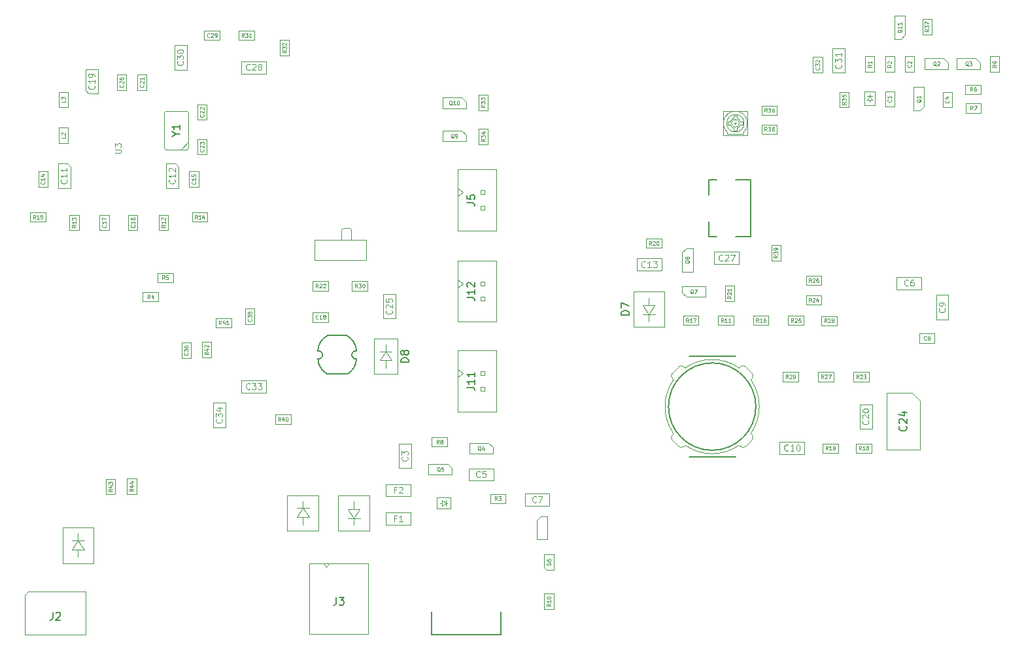
<source format=gbr>
G04 #@! TF.GenerationSoftware,KiCad,Pcbnew,5.0.2-bee76a0~70~ubuntu18.04.1*
G04 #@! TF.CreationDate,2018-12-20T17:19:35+03:00*
G04 #@! TF.ProjectId,AA-PI-V2_2-Display-Board-NanoPiA64,41412d50-492d-4563-925f-322d44697370,2.2*
G04 #@! TF.SameCoordinates,Original*
G04 #@! TF.FileFunction,Other,Fab,Top*
%FSLAX46Y46*%
G04 Gerber Fmt 4.6, Leading zero omitted, Abs format (unit mm)*
G04 Created by KiCad (PCBNEW 5.0.2-bee76a0~70~ubuntu18.04.1) date Thu 20 Dec 2018 17:19:35 MSK*
%MOMM*%
%LPD*%
G01*
G04 APERTURE LIST*
%ADD10C,0.100000*%
%ADD11C,0.080000*%
%ADD12C,0.203200*%
%ADD13C,0.150000*%
%ADD14C,0.050800*%
%ADD15C,0.120000*%
%ADD16C,0.075000*%
G04 APERTURE END LIST*
D10*
G04 #@! TO.C,R44*
X72850000Y-121490000D02*
X72850000Y-119490000D01*
X74050000Y-121490000D02*
X72850000Y-121490000D01*
X74050000Y-119490000D02*
X74050000Y-121490000D01*
X72850000Y-119490000D02*
X74050000Y-119490000D01*
G04 #@! TO.C,R43*
X70130000Y-119530000D02*
X71330000Y-119530000D01*
X71330000Y-119530000D02*
X71330000Y-121530000D01*
X71330000Y-121530000D02*
X70130000Y-121530000D01*
X70130000Y-121530000D02*
X70130000Y-119530000D01*
G04 #@! TO.C,C8*
X175410000Y-101900000D02*
X175410000Y-100700000D01*
X175410000Y-100700000D02*
X177410000Y-100700000D01*
X177410000Y-100700000D02*
X177410000Y-101900000D01*
X177410000Y-101900000D02*
X175410000Y-101900000D01*
G04 #@! TO.C,C35*
X89340000Y-97480000D02*
X89340000Y-99480000D01*
X88140000Y-97480000D02*
X89340000Y-97480000D01*
X88140000Y-99480000D02*
X88140000Y-97480000D01*
X89340000Y-99480000D02*
X88140000Y-99480000D01*
G04 #@! TO.C,C36*
X79900000Y-101860000D02*
X81100000Y-101860000D01*
X81100000Y-101860000D02*
X81100000Y-103860000D01*
X81100000Y-103860000D02*
X79900000Y-103860000D01*
X79900000Y-103860000D02*
X79900000Y-101860000D01*
G04 #@! TO.C,C33*
X90850000Y-108360000D02*
X87650000Y-108360000D01*
X90850000Y-106760000D02*
X90850000Y-108360000D01*
X87650000Y-106760000D02*
X90850000Y-106760000D01*
X87650000Y-108360000D02*
X87650000Y-106760000D01*
G04 #@! TO.C,C9*
X179200000Y-98890000D02*
X177600000Y-98890000D01*
X177600000Y-98890000D02*
X177600000Y-95690000D01*
X177600000Y-95690000D02*
X179200000Y-95690000D01*
X179200000Y-95690000D02*
X179200000Y-98890000D01*
G04 #@! TO.C,C34*
X83980000Y-112870000D02*
X83980000Y-109670000D01*
X85580000Y-112870000D02*
X83980000Y-112870000D01*
X85580000Y-109670000D02*
X85580000Y-112870000D01*
X83980000Y-109670000D02*
X85580000Y-109670000D01*
G04 #@! TO.C,C6*
X175700000Y-93350000D02*
X175700000Y-94950000D01*
X175700000Y-94950000D02*
X172500000Y-94950000D01*
X172500000Y-94950000D02*
X172500000Y-93350000D01*
X172500000Y-93350000D02*
X175700000Y-93350000D01*
G04 #@! TO.C,R42*
X83740000Y-103780000D02*
X82540000Y-103780000D01*
X82540000Y-103780000D02*
X82540000Y-101780000D01*
X82540000Y-101780000D02*
X83740000Y-101780000D01*
X83740000Y-101780000D02*
X83740000Y-103780000D01*
G04 #@! TO.C,R41*
X84370000Y-98690000D02*
X86370000Y-98690000D01*
X84370000Y-99890000D02*
X84370000Y-98690000D01*
X86370000Y-99890000D02*
X84370000Y-99890000D01*
X86370000Y-98690000D02*
X86370000Y-99890000D01*
G04 #@! TO.C,R40*
X92040000Y-112390000D02*
X92040000Y-111190000D01*
X92040000Y-111190000D02*
X94040000Y-111190000D01*
X94040000Y-111190000D02*
X94040000Y-112390000D01*
X94040000Y-112390000D02*
X92040000Y-112390000D01*
G04 #@! TO.C,C32*
X161670000Y-64880000D02*
X162870000Y-64880000D01*
X162870000Y-64880000D02*
X162870000Y-66880000D01*
X162870000Y-66880000D02*
X161670000Y-66880000D01*
X161670000Y-66880000D02*
X161670000Y-64880000D01*
G04 #@! TO.C,C31*
X165760000Y-66920000D02*
X164160000Y-66920000D01*
X164160000Y-66920000D02*
X164160000Y-63720000D01*
X164160000Y-63720000D02*
X165760000Y-63720000D01*
X165760000Y-63720000D02*
X165760000Y-66920000D01*
G04 #@! TO.C,R39*
X156260000Y-91230000D02*
X156260000Y-89230000D01*
X157460000Y-91230000D02*
X156260000Y-91230000D01*
X157460000Y-89230000D02*
X157460000Y-91230000D01*
X156260000Y-89230000D02*
X157460000Y-89230000D01*
G04 #@! TO.C,R38*
X157000000Y-73620000D02*
X157000000Y-74820000D01*
X157000000Y-74820000D02*
X155000000Y-74820000D01*
X155000000Y-74820000D02*
X155000000Y-73620000D01*
X155000000Y-73620000D02*
X157000000Y-73620000D01*
G04 #@! TO.C,R37*
X175820000Y-59930000D02*
X177020000Y-59930000D01*
X177020000Y-59930000D02*
X177020000Y-61930000D01*
X177020000Y-61930000D02*
X175820000Y-61930000D01*
X175820000Y-61930000D02*
X175820000Y-59930000D01*
G04 #@! TO.C,Q11*
X173580000Y-61980000D02*
X173580000Y-59530000D01*
X173030000Y-62550000D02*
X172180000Y-62550000D01*
X173580000Y-61980000D02*
X173030000Y-62550000D01*
X172180000Y-62550000D02*
X172180000Y-59510000D01*
X173580000Y-59510000D02*
X172180000Y-59510000D01*
G04 #@! TO.C,R34*
X119570000Y-74160000D02*
X119570000Y-76160000D01*
X118370000Y-74160000D02*
X119570000Y-74160000D01*
X118370000Y-76160000D02*
X118370000Y-74160000D01*
X119570000Y-76160000D02*
X118370000Y-76160000D01*
G04 #@! TO.C,R33*
X119540000Y-71770000D02*
X118340000Y-71770000D01*
X118340000Y-71770000D02*
X118340000Y-69770000D01*
X118340000Y-69770000D02*
X119540000Y-69770000D01*
X119540000Y-69770000D02*
X119540000Y-71770000D01*
G04 #@! TO.C,R36*
X157010000Y-72370000D02*
X155010000Y-72370000D01*
X157010000Y-71170000D02*
X157010000Y-72370000D01*
X155010000Y-71170000D02*
X157010000Y-71170000D01*
X155010000Y-72370000D02*
X155010000Y-71170000D01*
G04 #@! TO.C,R35*
X165100000Y-69380000D02*
X166300000Y-69380000D01*
X166300000Y-69380000D02*
X166300000Y-71380000D01*
X166300000Y-71380000D02*
X165100000Y-71380000D01*
X165100000Y-71380000D02*
X165100000Y-69380000D01*
G04 #@! TO.C,RV1*
X153160000Y-71900000D02*
X150060000Y-71900000D01*
X153160000Y-75000000D02*
X150060000Y-75000000D01*
X153160000Y-71900000D02*
X153160000Y-75000000D01*
X150060000Y-71900000D02*
X150060000Y-75000000D01*
X150559997Y-74599997D02*
G75*
G02X152660000Y-74600000I1050003J1149997D01*
G01*
X150560000Y-74600000D02*
X150560000Y-74850000D01*
X150560000Y-74850000D02*
X152660000Y-74850000D01*
X152660000Y-74850000D02*
X152660000Y-74600000D01*
D11*
X152743578Y-73450000D02*
G75*
G03X152743578Y-73450000I-1133578J0D01*
G01*
X152110000Y-73450000D02*
G75*
G03X152110000Y-73450000I-500000J0D01*
G01*
D10*
X151410000Y-72450000D02*
X151810000Y-72450000D01*
X151810000Y-72450000D02*
X151810000Y-72800000D01*
X151410000Y-72450000D02*
X151410000Y-72800000D01*
X151809318Y-74452090D02*
X151409318Y-74452090D01*
X151810000Y-74450000D02*
X151810000Y-74100000D01*
X151410000Y-74450000D02*
X151410000Y-74100000D01*
X150610000Y-73650000D02*
X150960000Y-73650000D01*
X150610000Y-73250000D02*
X150960000Y-73250000D01*
X150610000Y-73650000D02*
X150610000Y-73250000D01*
X152610000Y-73250000D02*
X152260000Y-73250000D01*
X152610000Y-73650000D02*
X152260000Y-73650000D01*
X152610000Y-73250000D02*
X152610000Y-73650000D01*
X150959287Y-73252332D02*
G75*
G02X151410000Y-72800000I650713J-197668D01*
G01*
X151412332Y-74100713D02*
G75*
G02X150960000Y-73650000I197668J650713D01*
G01*
X152260713Y-73252332D02*
G75*
G03X151810000Y-72800000I-650713J-197668D01*
G01*
X151807668Y-74100713D02*
G75*
G03X152260000Y-73650000I-197668J650713D01*
G01*
X151751421Y-73450000D02*
G75*
G03X151751421Y-73450000I-141421J0D01*
G01*
G04 #@! TO.C,Q9*
X113690000Y-74400000D02*
X113690000Y-75800000D01*
X116730000Y-75800000D02*
X113690000Y-75800000D01*
X116160000Y-74400000D02*
X116730000Y-74950000D01*
X116730000Y-74950000D02*
X116730000Y-75800000D01*
X116160000Y-74400000D02*
X113710000Y-74400000D01*
G04 #@! TO.C,Q10*
X116160000Y-70110000D02*
X113710000Y-70110000D01*
X116730000Y-70660000D02*
X116730000Y-71510000D01*
X116160000Y-70110000D02*
X116730000Y-70660000D01*
X116730000Y-71510000D02*
X113690000Y-71510000D01*
X113690000Y-70110000D02*
X113690000Y-71510000D01*
G04 #@! TO.C,R32*
X93840000Y-64660000D02*
X92640000Y-64660000D01*
X92640000Y-64660000D02*
X92640000Y-62660000D01*
X92640000Y-62660000D02*
X93840000Y-62660000D01*
X93840000Y-62660000D02*
X93840000Y-64660000D01*
G04 #@! TO.C,C29*
X82850000Y-62680000D02*
X82850000Y-61480000D01*
X82850000Y-61480000D02*
X84850000Y-61480000D01*
X84850000Y-61480000D02*
X84850000Y-62680000D01*
X84850000Y-62680000D02*
X82850000Y-62680000D01*
G04 #@! TO.C,C30*
X78970000Y-66530000D02*
X78970000Y-63330000D01*
X80570000Y-66530000D02*
X78970000Y-66530000D01*
X80570000Y-63330000D02*
X80570000Y-66530000D01*
X78970000Y-63330000D02*
X80570000Y-63330000D01*
G04 #@! TO.C,C28*
X90860000Y-65410000D02*
X90860000Y-67010000D01*
X90860000Y-67010000D02*
X87660000Y-67010000D01*
X87660000Y-67010000D02*
X87660000Y-65410000D01*
X87660000Y-65410000D02*
X90860000Y-65410000D01*
G04 #@! TO.C,R31*
X89305000Y-61480000D02*
X89305000Y-62680000D01*
X89305000Y-62680000D02*
X87305000Y-62680000D01*
X87305000Y-62680000D02*
X87305000Y-61480000D01*
X87305000Y-61480000D02*
X89305000Y-61480000D01*
G04 #@! TO.C,C23*
X83150000Y-77500000D02*
X81950000Y-77500000D01*
X81950000Y-77500000D02*
X81950000Y-75500000D01*
X81950000Y-75500000D02*
X83150000Y-75500000D01*
X83150000Y-75500000D02*
X83150000Y-77500000D01*
D12*
G04 #@! TO.C,J4*
X112250000Y-139700000D02*
X121250000Y-139700000D01*
X112250000Y-139694000D02*
X112250000Y-136690000D01*
X121250000Y-136700000D02*
X121250000Y-139694000D01*
D13*
G04 #@! TO.C,J1*
X153550000Y-88150000D02*
X153550000Y-80750000D01*
X148200000Y-80750000D02*
X149200000Y-80750000D01*
X151600000Y-80750000D02*
X153550000Y-80750000D01*
X151600000Y-88150000D02*
X153550000Y-88150000D01*
X148200000Y-88150000D02*
X149200000Y-88150000D01*
X148200000Y-82750000D02*
X148200000Y-80750000D01*
X148200000Y-88150000D02*
X148200000Y-86150000D01*
D10*
G04 #@! TO.C,C1*
X172200000Y-69300000D02*
X172200000Y-71300000D01*
X171000000Y-69300000D02*
X172200000Y-69300000D01*
X171000000Y-71300000D02*
X171000000Y-69300000D01*
X172200000Y-71300000D02*
X171000000Y-71300000D01*
G04 #@! TO.C,C2*
X173550000Y-64800000D02*
X174750000Y-64800000D01*
X174750000Y-64800000D02*
X174750000Y-66800000D01*
X174750000Y-66800000D02*
X173550000Y-66800000D01*
X173550000Y-66800000D02*
X173550000Y-64800000D01*
G04 #@! TO.C,C3*
X108030000Y-114940000D02*
X109630000Y-114940000D01*
X109630000Y-114940000D02*
X109630000Y-118140000D01*
X109630000Y-118140000D02*
X108030000Y-118140000D01*
X108030000Y-118140000D02*
X108030000Y-114940000D01*
G04 #@! TO.C,C4*
X178450000Y-71400000D02*
X178450000Y-69400000D01*
X179650000Y-71400000D02*
X178450000Y-71400000D01*
X179650000Y-69400000D02*
X179650000Y-71400000D01*
X178450000Y-69400000D02*
X179650000Y-69400000D01*
G04 #@! TO.C,C5*
X117100000Y-119750000D02*
X117100000Y-118150000D01*
X117100000Y-118150000D02*
X120300000Y-118150000D01*
X120300000Y-118150000D02*
X120300000Y-119750000D01*
X120300000Y-119750000D02*
X117100000Y-119750000D01*
G04 #@! TO.C,C7*
X124350000Y-123000000D02*
X124350000Y-121400000D01*
X124350000Y-121400000D02*
X127550000Y-121400000D01*
X127550000Y-121400000D02*
X127550000Y-123000000D01*
X127550000Y-123000000D02*
X124350000Y-123000000D01*
G04 #@! TO.C,C10*
X160550000Y-116300000D02*
X157350000Y-116300000D01*
X160550000Y-114700000D02*
X160550000Y-116300000D01*
X157350000Y-114700000D02*
X160550000Y-114700000D01*
X157350000Y-116300000D02*
X157350000Y-114700000D01*
G04 #@! TO.C,C11*
X65500000Y-81850000D02*
X65500000Y-79050000D01*
X65500000Y-79050000D02*
X65100000Y-78650000D01*
X65100000Y-78650000D02*
X63900000Y-78650000D01*
X63900000Y-78650000D02*
X63900000Y-81850000D01*
X63900000Y-81850000D02*
X65500000Y-81850000D01*
G04 #@! TO.C,C12*
X77900000Y-81850000D02*
X79500000Y-81850000D01*
X77900000Y-78650000D02*
X77900000Y-81850000D01*
X79100000Y-78650000D02*
X77900000Y-78650000D01*
X79500000Y-79050000D02*
X79100000Y-78650000D01*
X79500000Y-81850000D02*
X79500000Y-79050000D01*
G04 #@! TO.C,C13*
X138850000Y-92550000D02*
X138850000Y-90950000D01*
X138850000Y-90950000D02*
X142050000Y-90950000D01*
X142050000Y-90950000D02*
X142050000Y-92550000D01*
X142050000Y-92550000D02*
X138850000Y-92550000D01*
G04 #@! TO.C,C14*
X61350000Y-81700000D02*
X61350000Y-79700000D01*
X62550000Y-81700000D02*
X61350000Y-81700000D01*
X62550000Y-79700000D02*
X62550000Y-81700000D01*
X61350000Y-79700000D02*
X62550000Y-79700000D01*
G04 #@! TO.C,C15*
X82100000Y-81700000D02*
X80900000Y-81700000D01*
X80900000Y-81700000D02*
X80900000Y-79700000D01*
X80900000Y-79700000D02*
X82100000Y-79700000D01*
X82100000Y-79700000D02*
X82100000Y-81700000D01*
G04 #@! TO.C,C16*
X73000000Y-87300000D02*
X73000000Y-85300000D01*
X74200000Y-87300000D02*
X73000000Y-87300000D01*
X74200000Y-85300000D02*
X74200000Y-87300000D01*
X73000000Y-85300000D02*
X74200000Y-85300000D01*
G04 #@! TO.C,C17*
X69300000Y-85300000D02*
X70500000Y-85300000D01*
X70500000Y-85300000D02*
X70500000Y-87300000D01*
X70500000Y-87300000D02*
X69300000Y-87300000D01*
X69300000Y-87300000D02*
X69300000Y-85300000D01*
G04 #@! TO.C,C18*
X98902000Y-97990000D02*
X98902000Y-99190000D01*
X98902000Y-99190000D02*
X96902000Y-99190000D01*
X96902000Y-99190000D02*
X96902000Y-97990000D01*
X96902000Y-97990000D02*
X98902000Y-97990000D01*
G04 #@! TO.C,C19*
X67470000Y-66430000D02*
X67470000Y-69230000D01*
X67470000Y-69230000D02*
X67870000Y-69630000D01*
X67870000Y-69630000D02*
X69070000Y-69630000D01*
X69070000Y-69630000D02*
X69070000Y-66430000D01*
X69070000Y-66430000D02*
X67470000Y-66430000D01*
G04 #@! TO.C,C20*
X167700000Y-113050000D02*
X167700000Y-109850000D01*
X169300000Y-113050000D02*
X167700000Y-113050000D01*
X169300000Y-109850000D02*
X169300000Y-113050000D01*
X167700000Y-109850000D02*
X169300000Y-109850000D01*
G04 #@! TO.C,C21*
X75360000Y-69130000D02*
X74160000Y-69130000D01*
X74160000Y-69130000D02*
X74160000Y-67130000D01*
X74160000Y-67130000D02*
X75360000Y-67130000D01*
X75360000Y-67130000D02*
X75360000Y-69130000D01*
G04 #@! TO.C,C22*
X81950000Y-73000000D02*
X81950000Y-71000000D01*
X83150000Y-73000000D02*
X81950000Y-73000000D01*
X83150000Y-71000000D02*
X83150000Y-73000000D01*
X81950000Y-71000000D02*
X83150000Y-71000000D01*
G04 #@! TO.C,C24*
X175500000Y-115700000D02*
X175500000Y-109400000D01*
X175500000Y-109400000D02*
X174500000Y-108400000D01*
X174500000Y-108400000D02*
X171200000Y-108400000D01*
X171200000Y-108400000D02*
X171200000Y-115700000D01*
X171200000Y-115700000D02*
X175500000Y-115700000D01*
G04 #@! TO.C,C25*
X107600000Y-95550000D02*
X107600000Y-98750000D01*
X106000000Y-95550000D02*
X107600000Y-95550000D01*
X106000000Y-98750000D02*
X106000000Y-95550000D01*
X107600000Y-98750000D02*
X106000000Y-98750000D01*
G04 #@! TO.C,C26*
X72730000Y-69130000D02*
X71530000Y-69130000D01*
X71530000Y-69130000D02*
X71530000Y-67130000D01*
X71530000Y-67130000D02*
X72730000Y-67130000D01*
X72730000Y-67130000D02*
X72730000Y-69130000D01*
G04 #@! TO.C,C27*
X152070000Y-91700000D02*
X148870000Y-91700000D01*
X152070000Y-90100000D02*
X152070000Y-91700000D01*
X148870000Y-90100000D02*
X152070000Y-90100000D01*
X148870000Y-91700000D02*
X148870000Y-90100000D01*
G04 #@! TO.C,D1*
X169000000Y-70400000D02*
X169000000Y-70650000D01*
X168650000Y-70400000D02*
X169000000Y-69900000D01*
X169350000Y-70400000D02*
X168650000Y-70400000D01*
X169000000Y-69900000D02*
X169350000Y-70400000D01*
X169000000Y-69900000D02*
X169000000Y-69700000D01*
X169350000Y-69900000D02*
X168650000Y-69900000D01*
X168300000Y-69300000D02*
X169700000Y-69300000D01*
X168300000Y-71100000D02*
X168300000Y-69300000D01*
X169700000Y-71100000D02*
X168300000Y-71100000D01*
X169700000Y-69300000D02*
X169700000Y-71100000D01*
G04 #@! TO.C,D2*
X66478980Y-127500560D02*
X67279080Y-128651180D01*
X66478980Y-127500560D02*
X65729680Y-128651180D01*
X65729680Y-128651180D02*
X67279080Y-128651180D01*
X67279080Y-127500560D02*
X65678880Y-127500560D01*
X66478980Y-128651180D02*
X66478980Y-129649400D01*
X66478980Y-127500560D02*
X66478980Y-126598860D01*
X68480000Y-130450000D02*
X68480000Y-125850000D01*
X68480000Y-130450000D02*
X64480000Y-130450000D01*
X64480000Y-125850000D02*
X68480000Y-125850000D01*
X64480000Y-130450000D02*
X64480000Y-125850000D01*
G04 #@! TO.C,D3*
X95598980Y-123300560D02*
X96399080Y-124451180D01*
X95598980Y-123300560D02*
X94849680Y-124451180D01*
X94849680Y-124451180D02*
X96399080Y-124451180D01*
X96399080Y-123300560D02*
X94798880Y-123300560D01*
X95598980Y-124451180D02*
X95598980Y-125449400D01*
X95598980Y-123300560D02*
X95598980Y-122398860D01*
X97600000Y-126250000D02*
X97600000Y-121650000D01*
X97600000Y-126250000D02*
X93600000Y-126250000D01*
X93600000Y-121650000D02*
X97600000Y-121650000D01*
X93600000Y-126250000D02*
X93600000Y-121650000D01*
G04 #@! TO.C,D4*
X104200000Y-121650000D02*
X104200000Y-126250000D01*
X104200000Y-126250000D02*
X100200000Y-126250000D01*
X100200000Y-121650000D02*
X104200000Y-121650000D01*
X100200000Y-121650000D02*
X100200000Y-126250000D01*
X102201020Y-124599440D02*
X102201020Y-125501140D01*
X102201020Y-123448820D02*
X102201020Y-122450600D01*
X101400920Y-124599440D02*
X103001120Y-124599440D01*
X102950320Y-123448820D02*
X101400920Y-123448820D01*
X102201020Y-124599440D02*
X102950320Y-123448820D01*
X102201020Y-124599440D02*
X101400920Y-123448820D01*
G04 #@! TO.C,D5*
X114716000Y-123340000D02*
X112916000Y-123340000D01*
X112916000Y-123340000D02*
X112916000Y-121940000D01*
X112916000Y-121940000D02*
X114716000Y-121940000D01*
X114716000Y-121940000D02*
X114716000Y-123340000D01*
X114116000Y-122990000D02*
X114116000Y-122290000D01*
X114116000Y-122640000D02*
X114316000Y-122640000D01*
X114116000Y-122640000D02*
X113616000Y-122990000D01*
X113616000Y-122990000D02*
X113616000Y-122290000D01*
X113616000Y-122290000D02*
X114116000Y-122640000D01*
X113616000Y-122640000D02*
X113366000Y-122640000D01*
G04 #@! TO.C,D6*
X126868000Y-129294000D02*
X126868000Y-130994000D01*
X126868000Y-130994000D02*
X127168000Y-131294000D01*
X127168000Y-131294000D02*
X128068000Y-131294000D01*
X128068000Y-131294000D02*
X128068000Y-129294000D01*
X128068000Y-129294000D02*
X126868000Y-129294000D01*
G04 #@! TO.C,D7*
X142400000Y-95250000D02*
X142400000Y-99850000D01*
X142400000Y-99850000D02*
X138400000Y-99850000D01*
X138400000Y-95250000D02*
X142400000Y-95250000D01*
X138400000Y-95250000D02*
X138400000Y-99850000D01*
X140401020Y-98199440D02*
X140401020Y-99101140D01*
X140401020Y-97048820D02*
X140401020Y-96050600D01*
X139600920Y-98199440D02*
X141201120Y-98199440D01*
X141150320Y-97048820D02*
X139600920Y-97048820D01*
X140401020Y-98199440D02*
X141150320Y-97048820D01*
X140401020Y-98199440D02*
X139600920Y-97048820D01*
G04 #@! TO.C,D8*
X104850000Y-105950000D02*
X104850000Y-101350000D01*
X104850000Y-101350000D02*
X107850000Y-101350000D01*
X107850000Y-105950000D02*
X104850000Y-105950000D01*
X107850000Y-105950000D02*
X107850000Y-101350000D01*
X106348980Y-103000560D02*
X106348980Y-102098860D01*
X106348980Y-104151180D02*
X106348980Y-105149400D01*
X107149080Y-103000560D02*
X105548880Y-103000560D01*
X105599680Y-104151180D02*
X107149080Y-104151180D01*
X106348980Y-103000560D02*
X105599680Y-104151180D01*
X106348980Y-103000560D02*
X107149080Y-104151180D01*
G04 #@! TO.C,F1*
X109550000Y-123900000D02*
X109550000Y-125500000D01*
X109550000Y-125500000D02*
X106350000Y-125500000D01*
X106350000Y-125500000D02*
X106350000Y-123900000D01*
X106350000Y-123900000D02*
X109550000Y-123900000D01*
G04 #@! TO.C,F2*
X109550000Y-121780000D02*
X106350000Y-121780000D01*
X109550000Y-120180000D02*
X109550000Y-121780000D01*
X106350000Y-120180000D02*
X109550000Y-120180000D01*
X106350000Y-121780000D02*
X106350000Y-120180000D01*
G04 #@! TO.C,J2*
X59600000Y-134550000D02*
X59600000Y-139650000D01*
X67500000Y-134100000D02*
X60050000Y-134100000D01*
X59600000Y-134550000D02*
X60050000Y-134100000D01*
X59600000Y-139670000D02*
X67500000Y-139670000D01*
X67500000Y-139670000D02*
X67500000Y-134100000D01*
G04 #@! TO.C,J3*
X98650000Y-130950000D02*
X99000000Y-130450000D01*
X104100000Y-139650000D02*
X104100000Y-130450000D01*
X96400000Y-139650000D02*
X104100000Y-139650000D01*
X96400000Y-130450000D02*
X96400000Y-139650000D01*
X96400000Y-130450000D02*
X104100000Y-130450000D01*
X98300000Y-130450000D02*
X98650000Y-130950000D01*
G04 #@! TO.C,J5*
X115650000Y-79425000D02*
X115650000Y-87375000D01*
X120650000Y-79425000D02*
X120650000Y-87375000D01*
X115650000Y-79425000D02*
X120650000Y-79425000D01*
X115650000Y-87375000D02*
X120650000Y-87375000D01*
X119150000Y-82150000D02*
X118650000Y-82150000D01*
X118650000Y-82150000D02*
X118650000Y-82650000D01*
X118650000Y-82650000D02*
X119150000Y-82650000D01*
X119150000Y-82650000D02*
X119150000Y-82150000D01*
X119150000Y-84150000D02*
X118650000Y-84150000D01*
X118650000Y-84150000D02*
X118650000Y-84650000D01*
X118650000Y-84650000D02*
X119150000Y-84650000D01*
X119150000Y-84650000D02*
X119150000Y-84150000D01*
X115650000Y-81900000D02*
X116357107Y-82400000D01*
X116357107Y-82400000D02*
X115650000Y-82900000D01*
G04 #@! TO.C,J11*
X116357107Y-105850000D02*
X115650000Y-106350000D01*
X115650000Y-105350000D02*
X116357107Y-105850000D01*
X119150000Y-108100000D02*
X119150000Y-107600000D01*
X118650000Y-108100000D02*
X119150000Y-108100000D01*
X118650000Y-107600000D02*
X118650000Y-108100000D01*
X119150000Y-107600000D02*
X118650000Y-107600000D01*
X119150000Y-106100000D02*
X119150000Y-105600000D01*
X118650000Y-106100000D02*
X119150000Y-106100000D01*
X118650000Y-105600000D02*
X118650000Y-106100000D01*
X119150000Y-105600000D02*
X118650000Y-105600000D01*
X115650000Y-110825000D02*
X120650000Y-110825000D01*
X115650000Y-102875000D02*
X120650000Y-102875000D01*
X120650000Y-102875000D02*
X120650000Y-110825000D01*
X115650000Y-102875000D02*
X115650000Y-110825000D01*
G04 #@! TO.C,J12*
X115650000Y-91225000D02*
X115650000Y-99175000D01*
X120650000Y-91225000D02*
X120650000Y-99175000D01*
X115650000Y-91225000D02*
X120650000Y-91225000D01*
X115650000Y-99175000D02*
X120650000Y-99175000D01*
X119150000Y-93950000D02*
X118650000Y-93950000D01*
X118650000Y-93950000D02*
X118650000Y-94450000D01*
X118650000Y-94450000D02*
X119150000Y-94450000D01*
X119150000Y-94450000D02*
X119150000Y-93950000D01*
X119150000Y-95950000D02*
X118650000Y-95950000D01*
X118650000Y-95950000D02*
X118650000Y-96450000D01*
X118650000Y-96450000D02*
X119150000Y-96450000D01*
X119150000Y-96450000D02*
X119150000Y-95950000D01*
X115650000Y-93700000D02*
X116357107Y-94200000D01*
X116357107Y-94200000D02*
X115650000Y-94700000D01*
D12*
G04 #@! TO.C,L1*
X145600000Y-103650000D02*
X151600000Y-103650000D01*
X151600000Y-116650000D02*
X145600000Y-116650000D01*
D14*
X143600000Y-113650000D02*
X143453600Y-113796400D01*
X143453600Y-114503600D02*
G75*
G02X143453600Y-113796400I353600J353600D01*
G01*
X143453600Y-114503600D02*
X144246400Y-115296400D01*
X144953600Y-115296400D02*
G75*
G02X144246400Y-115296400I-353600J353600D01*
G01*
X144953600Y-115296400D02*
X145100000Y-115150000D01*
X152100000Y-115150000D02*
X152246400Y-115296400D01*
X152953600Y-115296400D02*
G75*
G02X152246400Y-115296400I-353600J353600D01*
G01*
X152953600Y-115296400D02*
X153746400Y-114503600D01*
X153746400Y-113796400D02*
G75*
G02X153746400Y-114503600I-353600J-353600D01*
G01*
X153746400Y-113796400D02*
X153600000Y-113650000D01*
X145100000Y-105150000D02*
X144953600Y-105003600D01*
X144246400Y-105003600D02*
G75*
G02X144953600Y-105003600I353600J-353600D01*
G01*
X144246400Y-105003600D02*
X143453600Y-105796400D01*
X143453600Y-106503600D02*
G75*
G02X143453600Y-105796400I353600J353600D01*
G01*
X143453600Y-106503600D02*
X143600000Y-106650000D01*
X153600000Y-106650000D02*
X153746400Y-106503600D01*
X153746400Y-105796400D02*
G75*
G02X153746400Y-106503600I-353600J-353600D01*
G01*
X153746400Y-105796400D02*
X152953600Y-105003600D01*
X152246400Y-105003600D02*
G75*
G02X152953600Y-105003600I353600J-353600D01*
G01*
X152246400Y-105003600D02*
X152100000Y-105150000D01*
X145100001Y-115150000D02*
G75*
G03X152100000Y-115150000I3499999J5000003D01*
G01*
X153600000Y-113649999D02*
G75*
G03X153600000Y-106650000I-5000003J3499999D01*
G01*
X152099999Y-105150000D02*
G75*
G03X145100000Y-105150000I-3499999J-5000003D01*
G01*
X143600000Y-106650001D02*
G75*
G03X143600000Y-113650000I5000003J-3499999D01*
G01*
D12*
X154256800Y-110150000D02*
G75*
G03X154256800Y-110150000I-5656800J0D01*
G01*
D10*
G04 #@! TO.C,L2*
X64000000Y-76010000D02*
X64000000Y-74010000D01*
X65200000Y-76010000D02*
X64000000Y-76010000D01*
X65200000Y-74010000D02*
X65200000Y-76010000D01*
X64000000Y-74010000D02*
X65200000Y-74010000D01*
G04 #@! TO.C,L3*
X65200000Y-71400000D02*
X64000000Y-71400000D01*
X64000000Y-71400000D02*
X64000000Y-69400000D01*
X64000000Y-69400000D02*
X65200000Y-69400000D01*
X65200000Y-69400000D02*
X65200000Y-71400000D01*
D12*
G04 #@! TO.C,L4*
X101300000Y-100950000D02*
X98800000Y-100950000D01*
X97800000Y-103950000D02*
G75*
G03X97800000Y-102950000I-166701J500000D01*
G01*
X98800000Y-105950000D02*
X101300000Y-105950000D01*
X97800000Y-103950000D02*
X97550000Y-103950000D01*
X97800000Y-102950000D02*
X97550000Y-102950000D01*
X98800001Y-105950000D02*
G75*
G02X97550000Y-103950000I1124998J2093750D01*
G01*
X98800002Y-100950000D02*
G75*
G03X97550000Y-102950000I999799J-2015501D01*
G01*
X102300000Y-102950000D02*
G75*
G03X102300000Y-103950000I166701J-500000D01*
G01*
X102300000Y-102950000D02*
X102550000Y-102950000D01*
X102300000Y-103950000D02*
X102550000Y-103950000D01*
X101299999Y-100950000D02*
G75*
G02X102550000Y-102950000I-1124998J-2093750D01*
G01*
X101299998Y-105950000D02*
G75*
G03X102550000Y-103950000I-999799J2015501D01*
G01*
D10*
G04 #@! TO.C,Q1*
X176050000Y-68780000D02*
X174650000Y-68780000D01*
X174650000Y-71820000D02*
X174650000Y-68780000D01*
X176050000Y-71250000D02*
X175500000Y-71820000D01*
X175500000Y-71820000D02*
X174650000Y-71820000D01*
X176050000Y-71250000D02*
X176050000Y-68800000D01*
G04 #@! TO.C,Q2*
X178600000Y-65050000D02*
X176150000Y-65050000D01*
X179170000Y-65600000D02*
X179170000Y-66450000D01*
X178600000Y-65050000D02*
X179170000Y-65600000D01*
X179170000Y-66450000D02*
X176130000Y-66450000D01*
X176130000Y-65050000D02*
X176130000Y-66450000D01*
G04 #@! TO.C,Q3*
X180280000Y-65050000D02*
X180280000Y-66450000D01*
X183320000Y-66450000D02*
X180280000Y-66450000D01*
X182750000Y-65050000D02*
X183320000Y-65600000D01*
X183320000Y-65600000D02*
X183320000Y-66450000D01*
X182750000Y-65050000D02*
X180300000Y-65050000D01*
G04 #@! TO.C,Q4*
X117180000Y-114850000D02*
X117180000Y-116250000D01*
X120220000Y-116250000D02*
X117180000Y-116250000D01*
X119650000Y-114850000D02*
X120220000Y-115400000D01*
X120220000Y-115400000D02*
X120220000Y-116250000D01*
X119650000Y-114850000D02*
X117200000Y-114850000D01*
G04 #@! TO.C,Q5*
X114354000Y-117568000D02*
X111904000Y-117568000D01*
X114924000Y-118118000D02*
X114924000Y-118968000D01*
X114354000Y-117568000D02*
X114924000Y-118118000D01*
X114924000Y-118968000D02*
X111884000Y-118968000D01*
X111884000Y-117568000D02*
X111884000Y-118968000D01*
G04 #@! TO.C,Q6*
X125900000Y-124900000D02*
X125900000Y-127350000D01*
X126450000Y-124330000D02*
X127300000Y-124330000D01*
X125900000Y-124900000D02*
X126450000Y-124330000D01*
X127300000Y-124330000D02*
X127300000Y-127370000D01*
X125900000Y-127370000D02*
X127300000Y-127370000D01*
G04 #@! TO.C,Q7*
X147720000Y-95950000D02*
X147720000Y-94550000D01*
X144680000Y-94550000D02*
X147720000Y-94550000D01*
X145250000Y-95950000D02*
X144680000Y-95400000D01*
X144680000Y-95400000D02*
X144680000Y-94550000D01*
X145250000Y-95950000D02*
X147700000Y-95950000D01*
G04 #@! TO.C,Q8*
X144700000Y-90200000D02*
X144700000Y-92650000D01*
X145250000Y-89630000D02*
X146100000Y-89630000D01*
X144700000Y-90200000D02*
X145250000Y-89630000D01*
X146100000Y-89630000D02*
X146100000Y-92670000D01*
X144700000Y-92670000D02*
X146100000Y-92670000D01*
G04 #@! TO.C,R1*
X168400000Y-64800000D02*
X169600000Y-64800000D01*
X169600000Y-64800000D02*
X169600000Y-66800000D01*
X169600000Y-66800000D02*
X168400000Y-66800000D01*
X168400000Y-66800000D02*
X168400000Y-64800000D01*
G04 #@! TO.C,R2*
X171000000Y-66800000D02*
X171000000Y-64800000D01*
X172200000Y-66800000D02*
X171000000Y-66800000D01*
X172200000Y-64800000D02*
X172200000Y-66800000D01*
X171000000Y-64800000D02*
X172200000Y-64800000D01*
G04 #@! TO.C,R3*
X119850000Y-121450000D02*
X121850000Y-121450000D01*
X119850000Y-122650000D02*
X119850000Y-121450000D01*
X121850000Y-122650000D02*
X119850000Y-122650000D01*
X121850000Y-121450000D02*
X121850000Y-122650000D01*
G04 #@! TO.C,R4*
X74890000Y-96530000D02*
X74890000Y-95330000D01*
X74890000Y-95330000D02*
X76890000Y-95330000D01*
X76890000Y-95330000D02*
X76890000Y-96530000D01*
X76890000Y-96530000D02*
X74890000Y-96530000D01*
G04 #@! TO.C,R5*
X78800000Y-94040000D02*
X76800000Y-94040000D01*
X78800000Y-92840000D02*
X78800000Y-94040000D01*
X76800000Y-92840000D02*
X78800000Y-92840000D01*
X76800000Y-94040000D02*
X76800000Y-92840000D01*
G04 #@! TO.C,R6*
X181400000Y-69650000D02*
X181400000Y-68450000D01*
X181400000Y-68450000D02*
X183400000Y-68450000D01*
X183400000Y-68450000D02*
X183400000Y-69650000D01*
X183400000Y-69650000D02*
X181400000Y-69650000D01*
G04 #@! TO.C,R7*
X181425000Y-70900000D02*
X183425000Y-70900000D01*
X181425000Y-72100000D02*
X181425000Y-70900000D01*
X183425000Y-72100000D02*
X181425000Y-72100000D01*
X183425000Y-70900000D02*
X183425000Y-72100000D01*
G04 #@! TO.C,R8*
X114300000Y-114120000D02*
X114300000Y-115320000D01*
X114300000Y-115320000D02*
X112300000Y-115320000D01*
X112300000Y-115320000D02*
X112300000Y-114120000D01*
X112300000Y-114120000D02*
X114300000Y-114120000D01*
G04 #@! TO.C,R9*
X185800000Y-66800000D02*
X184600000Y-66800000D01*
X184600000Y-66800000D02*
X184600000Y-64800000D01*
X184600000Y-64800000D02*
X185800000Y-64800000D01*
X185800000Y-64800000D02*
X185800000Y-66800000D01*
G04 #@! TO.C,R10*
X128068000Y-134374000D02*
X128068000Y-136374000D01*
X126868000Y-134374000D02*
X128068000Y-134374000D01*
X126868000Y-136374000D02*
X126868000Y-134374000D01*
X128068000Y-136374000D02*
X126868000Y-136374000D01*
G04 #@! TO.C,R11*
X151350000Y-99600000D02*
X149350000Y-99600000D01*
X151350000Y-98400000D02*
X151350000Y-99600000D01*
X149350000Y-98400000D02*
X151350000Y-98400000D01*
X149350000Y-99600000D02*
X149350000Y-98400000D01*
G04 #@! TO.C,R12*
X78150000Y-87300000D02*
X76950000Y-87300000D01*
X76950000Y-87300000D02*
X76950000Y-85300000D01*
X76950000Y-85300000D02*
X78150000Y-85300000D01*
X78150000Y-85300000D02*
X78150000Y-87300000D01*
G04 #@! TO.C,R13*
X66600000Y-85300000D02*
X66600000Y-87300000D01*
X65400000Y-85300000D02*
X66600000Y-85300000D01*
X65400000Y-87300000D02*
X65400000Y-85300000D01*
X66600000Y-87300000D02*
X65400000Y-87300000D01*
G04 #@! TO.C,R14*
X81250000Y-85000000D02*
X83250000Y-85000000D01*
X81250000Y-86200000D02*
X81250000Y-85000000D01*
X83250000Y-86200000D02*
X81250000Y-86200000D01*
X83250000Y-85000000D02*
X83250000Y-86200000D01*
G04 #@! TO.C,R15*
X60300000Y-86200000D02*
X60300000Y-85000000D01*
X60300000Y-85000000D02*
X62300000Y-85000000D01*
X62300000Y-85000000D02*
X62300000Y-86200000D01*
X62300000Y-86200000D02*
X60300000Y-86200000D01*
G04 #@! TO.C,R16*
X153900000Y-98400000D02*
X155900000Y-98400000D01*
X153900000Y-99600000D02*
X153900000Y-98400000D01*
X155900000Y-99600000D02*
X153900000Y-99600000D01*
X155900000Y-98400000D02*
X155900000Y-99600000D01*
G04 #@! TO.C,R17*
X146850000Y-98400000D02*
X146850000Y-99600000D01*
X146850000Y-99600000D02*
X144850000Y-99600000D01*
X144850000Y-99600000D02*
X144850000Y-98400000D01*
X144850000Y-98400000D02*
X146850000Y-98400000D01*
G04 #@! TO.C,R18*
X167236000Y-116144000D02*
X167236000Y-114944000D01*
X167236000Y-114944000D02*
X169236000Y-114944000D01*
X169236000Y-114944000D02*
X169236000Y-116144000D01*
X169236000Y-116144000D02*
X167236000Y-116144000D01*
G04 #@! TO.C,R19*
X164900000Y-116144000D02*
X162900000Y-116144000D01*
X164900000Y-114944000D02*
X164900000Y-116144000D01*
X162900000Y-114944000D02*
X164900000Y-114944000D01*
X162900000Y-116144000D02*
X162900000Y-114944000D01*
G04 #@! TO.C,R20*
X142050000Y-89600000D02*
X140050000Y-89600000D01*
X142050000Y-88400000D02*
X142050000Y-89600000D01*
X140050000Y-88400000D02*
X142050000Y-88400000D01*
X140050000Y-89600000D02*
X140050000Y-88400000D01*
G04 #@! TO.C,R21*
X150250000Y-94500000D02*
X151450000Y-94500000D01*
X151450000Y-94500000D02*
X151450000Y-96500000D01*
X151450000Y-96500000D02*
X150250000Y-96500000D01*
X150250000Y-96500000D02*
X150250000Y-94500000D01*
G04 #@! TO.C,R22*
X98902000Y-93926000D02*
X98902000Y-95126000D01*
X98902000Y-95126000D02*
X96902000Y-95126000D01*
X96902000Y-95126000D02*
X96902000Y-93926000D01*
X96902000Y-93926000D02*
X98902000Y-93926000D01*
G04 #@! TO.C,R23*
X166886000Y-106900000D02*
X166886000Y-105700000D01*
X166886000Y-105700000D02*
X168886000Y-105700000D01*
X168886000Y-105700000D02*
X168886000Y-106900000D01*
X168886000Y-106900000D02*
X166886000Y-106900000D01*
G04 #@! TO.C,R24*
X162750000Y-95750000D02*
X162750000Y-96950000D01*
X162750000Y-96950000D02*
X160750000Y-96950000D01*
X160750000Y-96950000D02*
X160750000Y-95750000D01*
X160750000Y-95750000D02*
X162750000Y-95750000D01*
G04 #@! TO.C,R25*
X160450000Y-99600000D02*
X158450000Y-99600000D01*
X160450000Y-98400000D02*
X160450000Y-99600000D01*
X158450000Y-98400000D02*
X160450000Y-98400000D01*
X158450000Y-99600000D02*
X158450000Y-98400000D01*
G04 #@! TO.C,R26*
X160750000Y-94400000D02*
X160750000Y-93200000D01*
X160750000Y-93200000D02*
X162750000Y-93200000D01*
X162750000Y-93200000D02*
X162750000Y-94400000D01*
X162750000Y-94400000D02*
X160750000Y-94400000D01*
G04 #@! TO.C,R27*
X162314000Y-105700000D02*
X164314000Y-105700000D01*
X162314000Y-106900000D02*
X162314000Y-105700000D01*
X164314000Y-106900000D02*
X162314000Y-106900000D01*
X164314000Y-105700000D02*
X164314000Y-106900000D01*
G04 #@! TO.C,R28*
X164730000Y-99630000D02*
X162730000Y-99630000D01*
X164730000Y-98430000D02*
X164730000Y-99630000D01*
X162730000Y-98430000D02*
X164730000Y-98430000D01*
X162730000Y-99630000D02*
X162730000Y-98430000D01*
G04 #@! TO.C,R29*
X159730000Y-105690000D02*
X159730000Y-106890000D01*
X159730000Y-106890000D02*
X157730000Y-106890000D01*
X157730000Y-106890000D02*
X157730000Y-105690000D01*
X157730000Y-105690000D02*
X159730000Y-105690000D01*
G04 #@! TO.C,R30*
X101982000Y-93926000D02*
X103982000Y-93926000D01*
X101982000Y-95126000D02*
X101982000Y-93926000D01*
X103982000Y-95126000D02*
X101982000Y-95126000D01*
X103982000Y-93926000D02*
X103982000Y-95126000D01*
G04 #@! TO.C,SW2*
X101850000Y-88530000D02*
X101850000Y-87230000D01*
X101850000Y-87230000D02*
X101650000Y-87030000D01*
X101650000Y-87030000D02*
X100800000Y-87030000D01*
X100800000Y-87030000D02*
X100600000Y-87230000D01*
X100600000Y-87230000D02*
X100550000Y-87280000D01*
X100550000Y-87280000D02*
X100550000Y-88580000D01*
X103800000Y-91180000D02*
X103800000Y-88580000D01*
X103800000Y-88580000D02*
X97100000Y-88580000D01*
X97100000Y-88580000D02*
X97100000Y-91180000D01*
X97100000Y-91180000D02*
X103800000Y-91180000D01*
G04 #@! TO.C,Y1*
X77610000Y-76650000D02*
X77610000Y-72050000D01*
X77610000Y-72050000D02*
X77810000Y-71850000D01*
X77810000Y-71850000D02*
X80610000Y-71850000D01*
X80610000Y-71850000D02*
X80810000Y-72050000D01*
X80810000Y-72050000D02*
X80810000Y-76650000D01*
X80810000Y-76650000D02*
X80610000Y-76850000D01*
X80610000Y-76850000D02*
X77810000Y-76850000D01*
X77810000Y-76850000D02*
X77610000Y-76650000D01*
X79810000Y-76850000D02*
X80810000Y-75850000D01*
G04 #@! TD*
G04 #@! TO.C,R44*
D11*
X73676190Y-120811428D02*
X73438095Y-120978095D01*
X73676190Y-121097142D02*
X73176190Y-121097142D01*
X73176190Y-120906666D01*
X73200000Y-120859047D01*
X73223809Y-120835238D01*
X73271428Y-120811428D01*
X73342857Y-120811428D01*
X73390476Y-120835238D01*
X73414285Y-120859047D01*
X73438095Y-120906666D01*
X73438095Y-121097142D01*
X73342857Y-120382857D02*
X73676190Y-120382857D01*
X73152380Y-120501904D02*
X73509523Y-120620952D01*
X73509523Y-120311428D01*
X73342857Y-119906666D02*
X73676190Y-119906666D01*
X73152380Y-120025714D02*
X73509523Y-120144761D01*
X73509523Y-119835238D01*
G04 #@! TO.C,R43*
X70956190Y-120851428D02*
X70718095Y-121018095D01*
X70956190Y-121137142D02*
X70456190Y-121137142D01*
X70456190Y-120946666D01*
X70480000Y-120899047D01*
X70503809Y-120875238D01*
X70551428Y-120851428D01*
X70622857Y-120851428D01*
X70670476Y-120875238D01*
X70694285Y-120899047D01*
X70718095Y-120946666D01*
X70718095Y-121137142D01*
X70622857Y-120422857D02*
X70956190Y-120422857D01*
X70432380Y-120541904D02*
X70789523Y-120660952D01*
X70789523Y-120351428D01*
X70456190Y-120208571D02*
X70456190Y-119899047D01*
X70646666Y-120065714D01*
X70646666Y-119994285D01*
X70670476Y-119946666D01*
X70694285Y-119922857D01*
X70741904Y-119899047D01*
X70860952Y-119899047D01*
X70908571Y-119922857D01*
X70932380Y-119946666D01*
X70956190Y-119994285D01*
X70956190Y-120137142D01*
X70932380Y-120184761D01*
X70908571Y-120208571D01*
G04 #@! TO.C,C8*
X176326666Y-101478571D02*
X176302857Y-101502380D01*
X176231428Y-101526190D01*
X176183809Y-101526190D01*
X176112380Y-101502380D01*
X176064761Y-101454761D01*
X176040952Y-101407142D01*
X176017142Y-101311904D01*
X176017142Y-101240476D01*
X176040952Y-101145238D01*
X176064761Y-101097619D01*
X176112380Y-101050000D01*
X176183809Y-101026190D01*
X176231428Y-101026190D01*
X176302857Y-101050000D01*
X176326666Y-101073809D01*
X176612380Y-101240476D02*
X176564761Y-101216666D01*
X176540952Y-101192857D01*
X176517142Y-101145238D01*
X176517142Y-101121428D01*
X176540952Y-101073809D01*
X176564761Y-101050000D01*
X176612380Y-101026190D01*
X176707619Y-101026190D01*
X176755238Y-101050000D01*
X176779047Y-101073809D01*
X176802857Y-101121428D01*
X176802857Y-101145238D01*
X176779047Y-101192857D01*
X176755238Y-101216666D01*
X176707619Y-101240476D01*
X176612380Y-101240476D01*
X176564761Y-101264285D01*
X176540952Y-101288095D01*
X176517142Y-101335714D01*
X176517142Y-101430952D01*
X176540952Y-101478571D01*
X176564761Y-101502380D01*
X176612380Y-101526190D01*
X176707619Y-101526190D01*
X176755238Y-101502380D01*
X176779047Y-101478571D01*
X176802857Y-101430952D01*
X176802857Y-101335714D01*
X176779047Y-101288095D01*
X176755238Y-101264285D01*
X176707619Y-101240476D01*
G04 #@! TO.C,C35*
X88918571Y-98801428D02*
X88942380Y-98825238D01*
X88966190Y-98896666D01*
X88966190Y-98944285D01*
X88942380Y-99015714D01*
X88894761Y-99063333D01*
X88847142Y-99087142D01*
X88751904Y-99110952D01*
X88680476Y-99110952D01*
X88585238Y-99087142D01*
X88537619Y-99063333D01*
X88490000Y-99015714D01*
X88466190Y-98944285D01*
X88466190Y-98896666D01*
X88490000Y-98825238D01*
X88513809Y-98801428D01*
X88466190Y-98634761D02*
X88466190Y-98325238D01*
X88656666Y-98491904D01*
X88656666Y-98420476D01*
X88680476Y-98372857D01*
X88704285Y-98349047D01*
X88751904Y-98325238D01*
X88870952Y-98325238D01*
X88918571Y-98349047D01*
X88942380Y-98372857D01*
X88966190Y-98420476D01*
X88966190Y-98563333D01*
X88942380Y-98610952D01*
X88918571Y-98634761D01*
X88466190Y-97872857D02*
X88466190Y-98110952D01*
X88704285Y-98134761D01*
X88680476Y-98110952D01*
X88656666Y-98063333D01*
X88656666Y-97944285D01*
X88680476Y-97896666D01*
X88704285Y-97872857D01*
X88751904Y-97849047D01*
X88870952Y-97849047D01*
X88918571Y-97872857D01*
X88942380Y-97896666D01*
X88966190Y-97944285D01*
X88966190Y-98063333D01*
X88942380Y-98110952D01*
X88918571Y-98134761D01*
G04 #@! TO.C,C36*
X80678571Y-103181428D02*
X80702380Y-103205238D01*
X80726190Y-103276666D01*
X80726190Y-103324285D01*
X80702380Y-103395714D01*
X80654761Y-103443333D01*
X80607142Y-103467142D01*
X80511904Y-103490952D01*
X80440476Y-103490952D01*
X80345238Y-103467142D01*
X80297619Y-103443333D01*
X80250000Y-103395714D01*
X80226190Y-103324285D01*
X80226190Y-103276666D01*
X80250000Y-103205238D01*
X80273809Y-103181428D01*
X80226190Y-103014761D02*
X80226190Y-102705238D01*
X80416666Y-102871904D01*
X80416666Y-102800476D01*
X80440476Y-102752857D01*
X80464285Y-102729047D01*
X80511904Y-102705238D01*
X80630952Y-102705238D01*
X80678571Y-102729047D01*
X80702380Y-102752857D01*
X80726190Y-102800476D01*
X80726190Y-102943333D01*
X80702380Y-102990952D01*
X80678571Y-103014761D01*
X80226190Y-102276666D02*
X80226190Y-102371904D01*
X80250000Y-102419523D01*
X80273809Y-102443333D01*
X80345238Y-102490952D01*
X80440476Y-102514761D01*
X80630952Y-102514761D01*
X80678571Y-102490952D01*
X80702380Y-102467142D01*
X80726190Y-102419523D01*
X80726190Y-102324285D01*
X80702380Y-102276666D01*
X80678571Y-102252857D01*
X80630952Y-102229047D01*
X80511904Y-102229047D01*
X80464285Y-102252857D01*
X80440476Y-102276666D01*
X80416666Y-102324285D01*
X80416666Y-102419523D01*
X80440476Y-102467142D01*
X80464285Y-102490952D01*
X80511904Y-102514761D01*
G04 #@! TO.C,C33*
D15*
X88735714Y-107845714D02*
X88697619Y-107883809D01*
X88583333Y-107921904D01*
X88507142Y-107921904D01*
X88392857Y-107883809D01*
X88316666Y-107807619D01*
X88278571Y-107731428D01*
X88240476Y-107579047D01*
X88240476Y-107464761D01*
X88278571Y-107312380D01*
X88316666Y-107236190D01*
X88392857Y-107160000D01*
X88507142Y-107121904D01*
X88583333Y-107121904D01*
X88697619Y-107160000D01*
X88735714Y-107198095D01*
X89002380Y-107121904D02*
X89497619Y-107121904D01*
X89230952Y-107426666D01*
X89345238Y-107426666D01*
X89421428Y-107464761D01*
X89459523Y-107502857D01*
X89497619Y-107579047D01*
X89497619Y-107769523D01*
X89459523Y-107845714D01*
X89421428Y-107883809D01*
X89345238Y-107921904D01*
X89116666Y-107921904D01*
X89040476Y-107883809D01*
X89002380Y-107845714D01*
X89764285Y-107121904D02*
X90259523Y-107121904D01*
X89992857Y-107426666D01*
X90107142Y-107426666D01*
X90183333Y-107464761D01*
X90221428Y-107502857D01*
X90259523Y-107579047D01*
X90259523Y-107769523D01*
X90221428Y-107845714D01*
X90183333Y-107883809D01*
X90107142Y-107921904D01*
X89878571Y-107921904D01*
X89802380Y-107883809D01*
X89764285Y-107845714D01*
G04 #@! TO.C,C9*
X178685714Y-97423333D02*
X178723809Y-97461428D01*
X178761904Y-97575714D01*
X178761904Y-97651904D01*
X178723809Y-97766190D01*
X178647619Y-97842380D01*
X178571428Y-97880476D01*
X178419047Y-97918571D01*
X178304761Y-97918571D01*
X178152380Y-97880476D01*
X178076190Y-97842380D01*
X178000000Y-97766190D01*
X177961904Y-97651904D01*
X177961904Y-97575714D01*
X178000000Y-97461428D01*
X178038095Y-97423333D01*
X178761904Y-97042380D02*
X178761904Y-96890000D01*
X178723809Y-96813809D01*
X178685714Y-96775714D01*
X178571428Y-96699523D01*
X178419047Y-96661428D01*
X178114285Y-96661428D01*
X178038095Y-96699523D01*
X178000000Y-96737619D01*
X177961904Y-96813809D01*
X177961904Y-96966190D01*
X178000000Y-97042380D01*
X178038095Y-97080476D01*
X178114285Y-97118571D01*
X178304761Y-97118571D01*
X178380952Y-97080476D01*
X178419047Y-97042380D01*
X178457142Y-96966190D01*
X178457142Y-96813809D01*
X178419047Y-96737619D01*
X178380952Y-96699523D01*
X178304761Y-96661428D01*
G04 #@! TO.C,C34*
X85065714Y-111784285D02*
X85103809Y-111822380D01*
X85141904Y-111936666D01*
X85141904Y-112012857D01*
X85103809Y-112127142D01*
X85027619Y-112203333D01*
X84951428Y-112241428D01*
X84799047Y-112279523D01*
X84684761Y-112279523D01*
X84532380Y-112241428D01*
X84456190Y-112203333D01*
X84380000Y-112127142D01*
X84341904Y-112012857D01*
X84341904Y-111936666D01*
X84380000Y-111822380D01*
X84418095Y-111784285D01*
X84341904Y-111517619D02*
X84341904Y-111022380D01*
X84646666Y-111289047D01*
X84646666Y-111174761D01*
X84684761Y-111098571D01*
X84722857Y-111060476D01*
X84799047Y-111022380D01*
X84989523Y-111022380D01*
X85065714Y-111060476D01*
X85103809Y-111098571D01*
X85141904Y-111174761D01*
X85141904Y-111403333D01*
X85103809Y-111479523D01*
X85065714Y-111517619D01*
X84608571Y-110336666D02*
X85141904Y-110336666D01*
X84303809Y-110527142D02*
X84875238Y-110717619D01*
X84875238Y-110222380D01*
G04 #@! TO.C,C6*
X173966666Y-94435714D02*
X173928571Y-94473809D01*
X173814285Y-94511904D01*
X173738095Y-94511904D01*
X173623809Y-94473809D01*
X173547619Y-94397619D01*
X173509523Y-94321428D01*
X173471428Y-94169047D01*
X173471428Y-94054761D01*
X173509523Y-93902380D01*
X173547619Y-93826190D01*
X173623809Y-93750000D01*
X173738095Y-93711904D01*
X173814285Y-93711904D01*
X173928571Y-93750000D01*
X173966666Y-93788095D01*
X174652380Y-93711904D02*
X174500000Y-93711904D01*
X174423809Y-93750000D01*
X174385714Y-93788095D01*
X174309523Y-93902380D01*
X174271428Y-94054761D01*
X174271428Y-94359523D01*
X174309523Y-94435714D01*
X174347619Y-94473809D01*
X174423809Y-94511904D01*
X174576190Y-94511904D01*
X174652380Y-94473809D01*
X174690476Y-94435714D01*
X174728571Y-94359523D01*
X174728571Y-94169047D01*
X174690476Y-94092857D01*
X174652380Y-94054761D01*
X174576190Y-94016666D01*
X174423809Y-94016666D01*
X174347619Y-94054761D01*
X174309523Y-94092857D01*
X174271428Y-94169047D01*
G04 #@! TO.C,R42*
D11*
X83366190Y-103101428D02*
X83128095Y-103268095D01*
X83366190Y-103387142D02*
X82866190Y-103387142D01*
X82866190Y-103196666D01*
X82890000Y-103149047D01*
X82913809Y-103125238D01*
X82961428Y-103101428D01*
X83032857Y-103101428D01*
X83080476Y-103125238D01*
X83104285Y-103149047D01*
X83128095Y-103196666D01*
X83128095Y-103387142D01*
X83032857Y-102672857D02*
X83366190Y-102672857D01*
X82842380Y-102791904D02*
X83199523Y-102910952D01*
X83199523Y-102601428D01*
X82913809Y-102434761D02*
X82890000Y-102410952D01*
X82866190Y-102363333D01*
X82866190Y-102244285D01*
X82890000Y-102196666D01*
X82913809Y-102172857D01*
X82961428Y-102149047D01*
X83009047Y-102149047D01*
X83080476Y-102172857D01*
X83366190Y-102458571D01*
X83366190Y-102149047D01*
G04 #@! TO.C,R41*
X85048571Y-99516190D02*
X84881904Y-99278095D01*
X84762857Y-99516190D02*
X84762857Y-99016190D01*
X84953333Y-99016190D01*
X85000952Y-99040000D01*
X85024761Y-99063809D01*
X85048571Y-99111428D01*
X85048571Y-99182857D01*
X85024761Y-99230476D01*
X85000952Y-99254285D01*
X84953333Y-99278095D01*
X84762857Y-99278095D01*
X85477142Y-99182857D02*
X85477142Y-99516190D01*
X85358095Y-98992380D02*
X85239047Y-99349523D01*
X85548571Y-99349523D01*
X86000952Y-99516190D02*
X85715238Y-99516190D01*
X85858095Y-99516190D02*
X85858095Y-99016190D01*
X85810476Y-99087619D01*
X85762857Y-99135238D01*
X85715238Y-99159047D01*
G04 #@! TO.C,R40*
X92718571Y-112016190D02*
X92551904Y-111778095D01*
X92432857Y-112016190D02*
X92432857Y-111516190D01*
X92623333Y-111516190D01*
X92670952Y-111540000D01*
X92694761Y-111563809D01*
X92718571Y-111611428D01*
X92718571Y-111682857D01*
X92694761Y-111730476D01*
X92670952Y-111754285D01*
X92623333Y-111778095D01*
X92432857Y-111778095D01*
X93147142Y-111682857D02*
X93147142Y-112016190D01*
X93028095Y-111492380D02*
X92909047Y-111849523D01*
X93218571Y-111849523D01*
X93504285Y-111516190D02*
X93551904Y-111516190D01*
X93599523Y-111540000D01*
X93623333Y-111563809D01*
X93647142Y-111611428D01*
X93670952Y-111706666D01*
X93670952Y-111825714D01*
X93647142Y-111920952D01*
X93623333Y-111968571D01*
X93599523Y-111992380D01*
X93551904Y-112016190D01*
X93504285Y-112016190D01*
X93456666Y-111992380D01*
X93432857Y-111968571D01*
X93409047Y-111920952D01*
X93385238Y-111825714D01*
X93385238Y-111706666D01*
X93409047Y-111611428D01*
X93432857Y-111563809D01*
X93456666Y-111540000D01*
X93504285Y-111516190D01*
G04 #@! TO.C,C32*
X162448571Y-66201428D02*
X162472380Y-66225238D01*
X162496190Y-66296666D01*
X162496190Y-66344285D01*
X162472380Y-66415714D01*
X162424761Y-66463333D01*
X162377142Y-66487142D01*
X162281904Y-66510952D01*
X162210476Y-66510952D01*
X162115238Y-66487142D01*
X162067619Y-66463333D01*
X162020000Y-66415714D01*
X161996190Y-66344285D01*
X161996190Y-66296666D01*
X162020000Y-66225238D01*
X162043809Y-66201428D01*
X161996190Y-66034761D02*
X161996190Y-65725238D01*
X162186666Y-65891904D01*
X162186666Y-65820476D01*
X162210476Y-65772857D01*
X162234285Y-65749047D01*
X162281904Y-65725238D01*
X162400952Y-65725238D01*
X162448571Y-65749047D01*
X162472380Y-65772857D01*
X162496190Y-65820476D01*
X162496190Y-65963333D01*
X162472380Y-66010952D01*
X162448571Y-66034761D01*
X162043809Y-65534761D02*
X162020000Y-65510952D01*
X161996190Y-65463333D01*
X161996190Y-65344285D01*
X162020000Y-65296666D01*
X162043809Y-65272857D01*
X162091428Y-65249047D01*
X162139047Y-65249047D01*
X162210476Y-65272857D01*
X162496190Y-65558571D01*
X162496190Y-65249047D01*
G04 #@! TO.C,C31*
D15*
X165245714Y-65834285D02*
X165283809Y-65872380D01*
X165321904Y-65986666D01*
X165321904Y-66062857D01*
X165283809Y-66177142D01*
X165207619Y-66253333D01*
X165131428Y-66291428D01*
X164979047Y-66329523D01*
X164864761Y-66329523D01*
X164712380Y-66291428D01*
X164636190Y-66253333D01*
X164560000Y-66177142D01*
X164521904Y-66062857D01*
X164521904Y-65986666D01*
X164560000Y-65872380D01*
X164598095Y-65834285D01*
X164521904Y-65567619D02*
X164521904Y-65072380D01*
X164826666Y-65339047D01*
X164826666Y-65224761D01*
X164864761Y-65148571D01*
X164902857Y-65110476D01*
X164979047Y-65072380D01*
X165169523Y-65072380D01*
X165245714Y-65110476D01*
X165283809Y-65148571D01*
X165321904Y-65224761D01*
X165321904Y-65453333D01*
X165283809Y-65529523D01*
X165245714Y-65567619D01*
X165321904Y-64310476D02*
X165321904Y-64767619D01*
X165321904Y-64539047D02*
X164521904Y-64539047D01*
X164636190Y-64615238D01*
X164712380Y-64691428D01*
X164750476Y-64767619D01*
G04 #@! TO.C,R39*
D11*
X157086190Y-90551428D02*
X156848095Y-90718095D01*
X157086190Y-90837142D02*
X156586190Y-90837142D01*
X156586190Y-90646666D01*
X156610000Y-90599047D01*
X156633809Y-90575238D01*
X156681428Y-90551428D01*
X156752857Y-90551428D01*
X156800476Y-90575238D01*
X156824285Y-90599047D01*
X156848095Y-90646666D01*
X156848095Y-90837142D01*
X156586190Y-90384761D02*
X156586190Y-90075238D01*
X156776666Y-90241904D01*
X156776666Y-90170476D01*
X156800476Y-90122857D01*
X156824285Y-90099047D01*
X156871904Y-90075238D01*
X156990952Y-90075238D01*
X157038571Y-90099047D01*
X157062380Y-90122857D01*
X157086190Y-90170476D01*
X157086190Y-90313333D01*
X157062380Y-90360952D01*
X157038571Y-90384761D01*
X157086190Y-89837142D02*
X157086190Y-89741904D01*
X157062380Y-89694285D01*
X157038571Y-89670476D01*
X156967142Y-89622857D01*
X156871904Y-89599047D01*
X156681428Y-89599047D01*
X156633809Y-89622857D01*
X156610000Y-89646666D01*
X156586190Y-89694285D01*
X156586190Y-89789523D01*
X156610000Y-89837142D01*
X156633809Y-89860952D01*
X156681428Y-89884761D01*
X156800476Y-89884761D01*
X156848095Y-89860952D01*
X156871904Y-89837142D01*
X156895714Y-89789523D01*
X156895714Y-89694285D01*
X156871904Y-89646666D01*
X156848095Y-89622857D01*
X156800476Y-89599047D01*
G04 #@! TO.C,R38*
X155678571Y-74446190D02*
X155511904Y-74208095D01*
X155392857Y-74446190D02*
X155392857Y-73946190D01*
X155583333Y-73946190D01*
X155630952Y-73970000D01*
X155654761Y-73993809D01*
X155678571Y-74041428D01*
X155678571Y-74112857D01*
X155654761Y-74160476D01*
X155630952Y-74184285D01*
X155583333Y-74208095D01*
X155392857Y-74208095D01*
X155845238Y-73946190D02*
X156154761Y-73946190D01*
X155988095Y-74136666D01*
X156059523Y-74136666D01*
X156107142Y-74160476D01*
X156130952Y-74184285D01*
X156154761Y-74231904D01*
X156154761Y-74350952D01*
X156130952Y-74398571D01*
X156107142Y-74422380D01*
X156059523Y-74446190D01*
X155916666Y-74446190D01*
X155869047Y-74422380D01*
X155845238Y-74398571D01*
X156440476Y-74160476D02*
X156392857Y-74136666D01*
X156369047Y-74112857D01*
X156345238Y-74065238D01*
X156345238Y-74041428D01*
X156369047Y-73993809D01*
X156392857Y-73970000D01*
X156440476Y-73946190D01*
X156535714Y-73946190D01*
X156583333Y-73970000D01*
X156607142Y-73993809D01*
X156630952Y-74041428D01*
X156630952Y-74065238D01*
X156607142Y-74112857D01*
X156583333Y-74136666D01*
X156535714Y-74160476D01*
X156440476Y-74160476D01*
X156392857Y-74184285D01*
X156369047Y-74208095D01*
X156345238Y-74255714D01*
X156345238Y-74350952D01*
X156369047Y-74398571D01*
X156392857Y-74422380D01*
X156440476Y-74446190D01*
X156535714Y-74446190D01*
X156583333Y-74422380D01*
X156607142Y-74398571D01*
X156630952Y-74350952D01*
X156630952Y-74255714D01*
X156607142Y-74208095D01*
X156583333Y-74184285D01*
X156535714Y-74160476D01*
G04 #@! TO.C,R37*
X176646190Y-61251428D02*
X176408095Y-61418095D01*
X176646190Y-61537142D02*
X176146190Y-61537142D01*
X176146190Y-61346666D01*
X176170000Y-61299047D01*
X176193809Y-61275238D01*
X176241428Y-61251428D01*
X176312857Y-61251428D01*
X176360476Y-61275238D01*
X176384285Y-61299047D01*
X176408095Y-61346666D01*
X176408095Y-61537142D01*
X176146190Y-61084761D02*
X176146190Y-60775238D01*
X176336666Y-60941904D01*
X176336666Y-60870476D01*
X176360476Y-60822857D01*
X176384285Y-60799047D01*
X176431904Y-60775238D01*
X176550952Y-60775238D01*
X176598571Y-60799047D01*
X176622380Y-60822857D01*
X176646190Y-60870476D01*
X176646190Y-61013333D01*
X176622380Y-61060952D01*
X176598571Y-61084761D01*
X176146190Y-60608571D02*
X176146190Y-60275238D01*
X176646190Y-60489523D01*
G04 #@! TO.C,Q11*
D16*
X173153809Y-61315714D02*
X173130000Y-61363333D01*
X173082380Y-61410952D01*
X173010952Y-61482380D01*
X172987142Y-61530000D01*
X172987142Y-61577619D01*
X173106190Y-61553809D02*
X173082380Y-61601428D01*
X173034761Y-61649047D01*
X172939523Y-61672857D01*
X172772857Y-61672857D01*
X172677619Y-61649047D01*
X172630000Y-61601428D01*
X172606190Y-61553809D01*
X172606190Y-61458571D01*
X172630000Y-61410952D01*
X172677619Y-61363333D01*
X172772857Y-61339523D01*
X172939523Y-61339523D01*
X173034761Y-61363333D01*
X173082380Y-61410952D01*
X173106190Y-61458571D01*
X173106190Y-61553809D01*
X173106190Y-60863333D02*
X173106190Y-61149047D01*
X173106190Y-61006190D02*
X172606190Y-61006190D01*
X172677619Y-61053809D01*
X172725238Y-61101428D01*
X172749047Y-61149047D01*
X173106190Y-60387142D02*
X173106190Y-60672857D01*
X173106190Y-60530000D02*
X172606190Y-60530000D01*
X172677619Y-60577619D01*
X172725238Y-60625238D01*
X172749047Y-60672857D01*
G04 #@! TO.C,R34*
D11*
X119196190Y-75481428D02*
X118958095Y-75648095D01*
X119196190Y-75767142D02*
X118696190Y-75767142D01*
X118696190Y-75576666D01*
X118720000Y-75529047D01*
X118743809Y-75505238D01*
X118791428Y-75481428D01*
X118862857Y-75481428D01*
X118910476Y-75505238D01*
X118934285Y-75529047D01*
X118958095Y-75576666D01*
X118958095Y-75767142D01*
X118696190Y-75314761D02*
X118696190Y-75005238D01*
X118886666Y-75171904D01*
X118886666Y-75100476D01*
X118910476Y-75052857D01*
X118934285Y-75029047D01*
X118981904Y-75005238D01*
X119100952Y-75005238D01*
X119148571Y-75029047D01*
X119172380Y-75052857D01*
X119196190Y-75100476D01*
X119196190Y-75243333D01*
X119172380Y-75290952D01*
X119148571Y-75314761D01*
X118862857Y-74576666D02*
X119196190Y-74576666D01*
X118672380Y-74695714D02*
X119029523Y-74814761D01*
X119029523Y-74505238D01*
G04 #@! TO.C,R33*
X119166190Y-71091428D02*
X118928095Y-71258095D01*
X119166190Y-71377142D02*
X118666190Y-71377142D01*
X118666190Y-71186666D01*
X118690000Y-71139047D01*
X118713809Y-71115238D01*
X118761428Y-71091428D01*
X118832857Y-71091428D01*
X118880476Y-71115238D01*
X118904285Y-71139047D01*
X118928095Y-71186666D01*
X118928095Y-71377142D01*
X118666190Y-70924761D02*
X118666190Y-70615238D01*
X118856666Y-70781904D01*
X118856666Y-70710476D01*
X118880476Y-70662857D01*
X118904285Y-70639047D01*
X118951904Y-70615238D01*
X119070952Y-70615238D01*
X119118571Y-70639047D01*
X119142380Y-70662857D01*
X119166190Y-70710476D01*
X119166190Y-70853333D01*
X119142380Y-70900952D01*
X119118571Y-70924761D01*
X118666190Y-70448571D02*
X118666190Y-70139047D01*
X118856666Y-70305714D01*
X118856666Y-70234285D01*
X118880476Y-70186666D01*
X118904285Y-70162857D01*
X118951904Y-70139047D01*
X119070952Y-70139047D01*
X119118571Y-70162857D01*
X119142380Y-70186666D01*
X119166190Y-70234285D01*
X119166190Y-70377142D01*
X119142380Y-70424761D01*
X119118571Y-70448571D01*
G04 #@! TO.C,R36*
X155688571Y-71996190D02*
X155521904Y-71758095D01*
X155402857Y-71996190D02*
X155402857Y-71496190D01*
X155593333Y-71496190D01*
X155640952Y-71520000D01*
X155664761Y-71543809D01*
X155688571Y-71591428D01*
X155688571Y-71662857D01*
X155664761Y-71710476D01*
X155640952Y-71734285D01*
X155593333Y-71758095D01*
X155402857Y-71758095D01*
X155855238Y-71496190D02*
X156164761Y-71496190D01*
X155998095Y-71686666D01*
X156069523Y-71686666D01*
X156117142Y-71710476D01*
X156140952Y-71734285D01*
X156164761Y-71781904D01*
X156164761Y-71900952D01*
X156140952Y-71948571D01*
X156117142Y-71972380D01*
X156069523Y-71996190D01*
X155926666Y-71996190D01*
X155879047Y-71972380D01*
X155855238Y-71948571D01*
X156593333Y-71496190D02*
X156498095Y-71496190D01*
X156450476Y-71520000D01*
X156426666Y-71543809D01*
X156379047Y-71615238D01*
X156355238Y-71710476D01*
X156355238Y-71900952D01*
X156379047Y-71948571D01*
X156402857Y-71972380D01*
X156450476Y-71996190D01*
X156545714Y-71996190D01*
X156593333Y-71972380D01*
X156617142Y-71948571D01*
X156640952Y-71900952D01*
X156640952Y-71781904D01*
X156617142Y-71734285D01*
X156593333Y-71710476D01*
X156545714Y-71686666D01*
X156450476Y-71686666D01*
X156402857Y-71710476D01*
X156379047Y-71734285D01*
X156355238Y-71781904D01*
G04 #@! TO.C,R35*
X165926190Y-70701428D02*
X165688095Y-70868095D01*
X165926190Y-70987142D02*
X165426190Y-70987142D01*
X165426190Y-70796666D01*
X165450000Y-70749047D01*
X165473809Y-70725238D01*
X165521428Y-70701428D01*
X165592857Y-70701428D01*
X165640476Y-70725238D01*
X165664285Y-70749047D01*
X165688095Y-70796666D01*
X165688095Y-70987142D01*
X165426190Y-70534761D02*
X165426190Y-70225238D01*
X165616666Y-70391904D01*
X165616666Y-70320476D01*
X165640476Y-70272857D01*
X165664285Y-70249047D01*
X165711904Y-70225238D01*
X165830952Y-70225238D01*
X165878571Y-70249047D01*
X165902380Y-70272857D01*
X165926190Y-70320476D01*
X165926190Y-70463333D01*
X165902380Y-70510952D01*
X165878571Y-70534761D01*
X165426190Y-69772857D02*
X165426190Y-70010952D01*
X165664285Y-70034761D01*
X165640476Y-70010952D01*
X165616666Y-69963333D01*
X165616666Y-69844285D01*
X165640476Y-69796666D01*
X165664285Y-69772857D01*
X165711904Y-69749047D01*
X165830952Y-69749047D01*
X165878571Y-69772857D01*
X165902380Y-69796666D01*
X165926190Y-69844285D01*
X165926190Y-69963333D01*
X165902380Y-70010952D01*
X165878571Y-70034761D01*
G04 #@! TO.C,Q9*
D16*
X115162380Y-75373809D02*
X115114761Y-75350000D01*
X115067142Y-75302380D01*
X114995714Y-75230952D01*
X114948095Y-75207142D01*
X114900476Y-75207142D01*
X114924285Y-75326190D02*
X114876666Y-75302380D01*
X114829047Y-75254761D01*
X114805238Y-75159523D01*
X114805238Y-74992857D01*
X114829047Y-74897619D01*
X114876666Y-74850000D01*
X114924285Y-74826190D01*
X115019523Y-74826190D01*
X115067142Y-74850000D01*
X115114761Y-74897619D01*
X115138571Y-74992857D01*
X115138571Y-75159523D01*
X115114761Y-75254761D01*
X115067142Y-75302380D01*
X115019523Y-75326190D01*
X114924285Y-75326190D01*
X115376666Y-75326190D02*
X115471904Y-75326190D01*
X115519523Y-75302380D01*
X115543333Y-75278571D01*
X115590952Y-75207142D01*
X115614761Y-75111904D01*
X115614761Y-74921428D01*
X115590952Y-74873809D01*
X115567142Y-74850000D01*
X115519523Y-74826190D01*
X115424285Y-74826190D01*
X115376666Y-74850000D01*
X115352857Y-74873809D01*
X115329047Y-74921428D01*
X115329047Y-75040476D01*
X115352857Y-75088095D01*
X115376666Y-75111904D01*
X115424285Y-75135714D01*
X115519523Y-75135714D01*
X115567142Y-75111904D01*
X115590952Y-75088095D01*
X115614761Y-75040476D01*
G04 #@! TO.C,Q10*
X114924285Y-71083809D02*
X114876666Y-71060000D01*
X114829047Y-71012380D01*
X114757619Y-70940952D01*
X114710000Y-70917142D01*
X114662380Y-70917142D01*
X114686190Y-71036190D02*
X114638571Y-71012380D01*
X114590952Y-70964761D01*
X114567142Y-70869523D01*
X114567142Y-70702857D01*
X114590952Y-70607619D01*
X114638571Y-70560000D01*
X114686190Y-70536190D01*
X114781428Y-70536190D01*
X114829047Y-70560000D01*
X114876666Y-70607619D01*
X114900476Y-70702857D01*
X114900476Y-70869523D01*
X114876666Y-70964761D01*
X114829047Y-71012380D01*
X114781428Y-71036190D01*
X114686190Y-71036190D01*
X115376666Y-71036190D02*
X115090952Y-71036190D01*
X115233809Y-71036190D02*
X115233809Y-70536190D01*
X115186190Y-70607619D01*
X115138571Y-70655238D01*
X115090952Y-70679047D01*
X115686190Y-70536190D02*
X115733809Y-70536190D01*
X115781428Y-70560000D01*
X115805238Y-70583809D01*
X115829047Y-70631428D01*
X115852857Y-70726666D01*
X115852857Y-70845714D01*
X115829047Y-70940952D01*
X115805238Y-70988571D01*
X115781428Y-71012380D01*
X115733809Y-71036190D01*
X115686190Y-71036190D01*
X115638571Y-71012380D01*
X115614761Y-70988571D01*
X115590952Y-70940952D01*
X115567142Y-70845714D01*
X115567142Y-70726666D01*
X115590952Y-70631428D01*
X115614761Y-70583809D01*
X115638571Y-70560000D01*
X115686190Y-70536190D01*
G04 #@! TO.C,R32*
D11*
X93466190Y-63981428D02*
X93228095Y-64148095D01*
X93466190Y-64267142D02*
X92966190Y-64267142D01*
X92966190Y-64076666D01*
X92990000Y-64029047D01*
X93013809Y-64005238D01*
X93061428Y-63981428D01*
X93132857Y-63981428D01*
X93180476Y-64005238D01*
X93204285Y-64029047D01*
X93228095Y-64076666D01*
X93228095Y-64267142D01*
X92966190Y-63814761D02*
X92966190Y-63505238D01*
X93156666Y-63671904D01*
X93156666Y-63600476D01*
X93180476Y-63552857D01*
X93204285Y-63529047D01*
X93251904Y-63505238D01*
X93370952Y-63505238D01*
X93418571Y-63529047D01*
X93442380Y-63552857D01*
X93466190Y-63600476D01*
X93466190Y-63743333D01*
X93442380Y-63790952D01*
X93418571Y-63814761D01*
X93013809Y-63314761D02*
X92990000Y-63290952D01*
X92966190Y-63243333D01*
X92966190Y-63124285D01*
X92990000Y-63076666D01*
X93013809Y-63052857D01*
X93061428Y-63029047D01*
X93109047Y-63029047D01*
X93180476Y-63052857D01*
X93466190Y-63338571D01*
X93466190Y-63029047D01*
G04 #@! TO.C,C29*
X83528571Y-62258571D02*
X83504761Y-62282380D01*
X83433333Y-62306190D01*
X83385714Y-62306190D01*
X83314285Y-62282380D01*
X83266666Y-62234761D01*
X83242857Y-62187142D01*
X83219047Y-62091904D01*
X83219047Y-62020476D01*
X83242857Y-61925238D01*
X83266666Y-61877619D01*
X83314285Y-61830000D01*
X83385714Y-61806190D01*
X83433333Y-61806190D01*
X83504761Y-61830000D01*
X83528571Y-61853809D01*
X83719047Y-61853809D02*
X83742857Y-61830000D01*
X83790476Y-61806190D01*
X83909523Y-61806190D01*
X83957142Y-61830000D01*
X83980952Y-61853809D01*
X84004761Y-61901428D01*
X84004761Y-61949047D01*
X83980952Y-62020476D01*
X83695238Y-62306190D01*
X84004761Y-62306190D01*
X84242857Y-62306190D02*
X84338095Y-62306190D01*
X84385714Y-62282380D01*
X84409523Y-62258571D01*
X84457142Y-62187142D01*
X84480952Y-62091904D01*
X84480952Y-61901428D01*
X84457142Y-61853809D01*
X84433333Y-61830000D01*
X84385714Y-61806190D01*
X84290476Y-61806190D01*
X84242857Y-61830000D01*
X84219047Y-61853809D01*
X84195238Y-61901428D01*
X84195238Y-62020476D01*
X84219047Y-62068095D01*
X84242857Y-62091904D01*
X84290476Y-62115714D01*
X84385714Y-62115714D01*
X84433333Y-62091904D01*
X84457142Y-62068095D01*
X84480952Y-62020476D01*
G04 #@! TO.C,C30*
D15*
X80055714Y-65444285D02*
X80093809Y-65482380D01*
X80131904Y-65596666D01*
X80131904Y-65672857D01*
X80093809Y-65787142D01*
X80017619Y-65863333D01*
X79941428Y-65901428D01*
X79789047Y-65939523D01*
X79674761Y-65939523D01*
X79522380Y-65901428D01*
X79446190Y-65863333D01*
X79370000Y-65787142D01*
X79331904Y-65672857D01*
X79331904Y-65596666D01*
X79370000Y-65482380D01*
X79408095Y-65444285D01*
X79331904Y-65177619D02*
X79331904Y-64682380D01*
X79636666Y-64949047D01*
X79636666Y-64834761D01*
X79674761Y-64758571D01*
X79712857Y-64720476D01*
X79789047Y-64682380D01*
X79979523Y-64682380D01*
X80055714Y-64720476D01*
X80093809Y-64758571D01*
X80131904Y-64834761D01*
X80131904Y-65063333D01*
X80093809Y-65139523D01*
X80055714Y-65177619D01*
X79331904Y-64187142D02*
X79331904Y-64110952D01*
X79370000Y-64034761D01*
X79408095Y-63996666D01*
X79484285Y-63958571D01*
X79636666Y-63920476D01*
X79827142Y-63920476D01*
X79979523Y-63958571D01*
X80055714Y-63996666D01*
X80093809Y-64034761D01*
X80131904Y-64110952D01*
X80131904Y-64187142D01*
X80093809Y-64263333D01*
X80055714Y-64301428D01*
X79979523Y-64339523D01*
X79827142Y-64377619D01*
X79636666Y-64377619D01*
X79484285Y-64339523D01*
X79408095Y-64301428D01*
X79370000Y-64263333D01*
X79331904Y-64187142D01*
G04 #@! TO.C,C28*
X88745714Y-66495714D02*
X88707619Y-66533809D01*
X88593333Y-66571904D01*
X88517142Y-66571904D01*
X88402857Y-66533809D01*
X88326666Y-66457619D01*
X88288571Y-66381428D01*
X88250476Y-66229047D01*
X88250476Y-66114761D01*
X88288571Y-65962380D01*
X88326666Y-65886190D01*
X88402857Y-65810000D01*
X88517142Y-65771904D01*
X88593333Y-65771904D01*
X88707619Y-65810000D01*
X88745714Y-65848095D01*
X89050476Y-65848095D02*
X89088571Y-65810000D01*
X89164761Y-65771904D01*
X89355238Y-65771904D01*
X89431428Y-65810000D01*
X89469523Y-65848095D01*
X89507619Y-65924285D01*
X89507619Y-66000476D01*
X89469523Y-66114761D01*
X89012380Y-66571904D01*
X89507619Y-66571904D01*
X89964761Y-66114761D02*
X89888571Y-66076666D01*
X89850476Y-66038571D01*
X89812380Y-65962380D01*
X89812380Y-65924285D01*
X89850476Y-65848095D01*
X89888571Y-65810000D01*
X89964761Y-65771904D01*
X90117142Y-65771904D01*
X90193333Y-65810000D01*
X90231428Y-65848095D01*
X90269523Y-65924285D01*
X90269523Y-65962380D01*
X90231428Y-66038571D01*
X90193333Y-66076666D01*
X90117142Y-66114761D01*
X89964761Y-66114761D01*
X89888571Y-66152857D01*
X89850476Y-66190952D01*
X89812380Y-66267142D01*
X89812380Y-66419523D01*
X89850476Y-66495714D01*
X89888571Y-66533809D01*
X89964761Y-66571904D01*
X90117142Y-66571904D01*
X90193333Y-66533809D01*
X90231428Y-66495714D01*
X90269523Y-66419523D01*
X90269523Y-66267142D01*
X90231428Y-66190952D01*
X90193333Y-66152857D01*
X90117142Y-66114761D01*
G04 #@! TO.C,R31*
D11*
X87983571Y-62306190D02*
X87816904Y-62068095D01*
X87697857Y-62306190D02*
X87697857Y-61806190D01*
X87888333Y-61806190D01*
X87935952Y-61830000D01*
X87959761Y-61853809D01*
X87983571Y-61901428D01*
X87983571Y-61972857D01*
X87959761Y-62020476D01*
X87935952Y-62044285D01*
X87888333Y-62068095D01*
X87697857Y-62068095D01*
X88150238Y-61806190D02*
X88459761Y-61806190D01*
X88293095Y-61996666D01*
X88364523Y-61996666D01*
X88412142Y-62020476D01*
X88435952Y-62044285D01*
X88459761Y-62091904D01*
X88459761Y-62210952D01*
X88435952Y-62258571D01*
X88412142Y-62282380D01*
X88364523Y-62306190D01*
X88221666Y-62306190D01*
X88174047Y-62282380D01*
X88150238Y-62258571D01*
X88935952Y-62306190D02*
X88650238Y-62306190D01*
X88793095Y-62306190D02*
X88793095Y-61806190D01*
X88745476Y-61877619D01*
X88697857Y-61925238D01*
X88650238Y-61949047D01*
G04 #@! TO.C,C23*
X82728571Y-76821428D02*
X82752380Y-76845238D01*
X82776190Y-76916666D01*
X82776190Y-76964285D01*
X82752380Y-77035714D01*
X82704761Y-77083333D01*
X82657142Y-77107142D01*
X82561904Y-77130952D01*
X82490476Y-77130952D01*
X82395238Y-77107142D01*
X82347619Y-77083333D01*
X82300000Y-77035714D01*
X82276190Y-76964285D01*
X82276190Y-76916666D01*
X82300000Y-76845238D01*
X82323809Y-76821428D01*
X82323809Y-76630952D02*
X82300000Y-76607142D01*
X82276190Y-76559523D01*
X82276190Y-76440476D01*
X82300000Y-76392857D01*
X82323809Y-76369047D01*
X82371428Y-76345238D01*
X82419047Y-76345238D01*
X82490476Y-76369047D01*
X82776190Y-76654761D01*
X82776190Y-76345238D01*
X82276190Y-76178571D02*
X82276190Y-75869047D01*
X82466666Y-76035714D01*
X82466666Y-75964285D01*
X82490476Y-75916666D01*
X82514285Y-75892857D01*
X82561904Y-75869047D01*
X82680952Y-75869047D01*
X82728571Y-75892857D01*
X82752380Y-75916666D01*
X82776190Y-75964285D01*
X82776190Y-76107142D01*
X82752380Y-76154761D01*
X82728571Y-76178571D01*
G04 #@! TO.C,U3*
D15*
X71261904Y-77309523D02*
X71909523Y-77309523D01*
X71985714Y-77271428D01*
X72023809Y-77233333D01*
X72061904Y-77157142D01*
X72061904Y-77004761D01*
X72023809Y-76928571D01*
X71985714Y-76890476D01*
X71909523Y-76852380D01*
X71261904Y-76852380D01*
X71261904Y-76547619D02*
X71261904Y-76052380D01*
X71566666Y-76319047D01*
X71566666Y-76204761D01*
X71604761Y-76128571D01*
X71642857Y-76090476D01*
X71719047Y-76052380D01*
X71909523Y-76052380D01*
X71985714Y-76090476D01*
X72023809Y-76128571D01*
X72061904Y-76204761D01*
X72061904Y-76433333D01*
X72023809Y-76509523D01*
X71985714Y-76547619D01*
G04 #@! TO.C,C1*
D11*
X171778571Y-70383333D02*
X171802380Y-70407142D01*
X171826190Y-70478571D01*
X171826190Y-70526190D01*
X171802380Y-70597619D01*
X171754761Y-70645238D01*
X171707142Y-70669047D01*
X171611904Y-70692857D01*
X171540476Y-70692857D01*
X171445238Y-70669047D01*
X171397619Y-70645238D01*
X171350000Y-70597619D01*
X171326190Y-70526190D01*
X171326190Y-70478571D01*
X171350000Y-70407142D01*
X171373809Y-70383333D01*
X171826190Y-69907142D02*
X171826190Y-70192857D01*
X171826190Y-70050000D02*
X171326190Y-70050000D01*
X171397619Y-70097619D01*
X171445238Y-70145238D01*
X171469047Y-70192857D01*
G04 #@! TO.C,C2*
X174328571Y-65883333D02*
X174352380Y-65907142D01*
X174376190Y-65978571D01*
X174376190Y-66026190D01*
X174352380Y-66097619D01*
X174304761Y-66145238D01*
X174257142Y-66169047D01*
X174161904Y-66192857D01*
X174090476Y-66192857D01*
X173995238Y-66169047D01*
X173947619Y-66145238D01*
X173900000Y-66097619D01*
X173876190Y-66026190D01*
X173876190Y-65978571D01*
X173900000Y-65907142D01*
X173923809Y-65883333D01*
X173923809Y-65692857D02*
X173900000Y-65669047D01*
X173876190Y-65621428D01*
X173876190Y-65502380D01*
X173900000Y-65454761D01*
X173923809Y-65430952D01*
X173971428Y-65407142D01*
X174019047Y-65407142D01*
X174090476Y-65430952D01*
X174376190Y-65716666D01*
X174376190Y-65407142D01*
G04 #@! TO.C,C3*
D15*
X109115714Y-116673333D02*
X109153809Y-116711428D01*
X109191904Y-116825714D01*
X109191904Y-116901904D01*
X109153809Y-117016190D01*
X109077619Y-117092380D01*
X109001428Y-117130476D01*
X108849047Y-117168571D01*
X108734761Y-117168571D01*
X108582380Y-117130476D01*
X108506190Y-117092380D01*
X108430000Y-117016190D01*
X108391904Y-116901904D01*
X108391904Y-116825714D01*
X108430000Y-116711428D01*
X108468095Y-116673333D01*
X108391904Y-116406666D02*
X108391904Y-115911428D01*
X108696666Y-116178095D01*
X108696666Y-116063809D01*
X108734761Y-115987619D01*
X108772857Y-115949523D01*
X108849047Y-115911428D01*
X109039523Y-115911428D01*
X109115714Y-115949523D01*
X109153809Y-115987619D01*
X109191904Y-116063809D01*
X109191904Y-116292380D01*
X109153809Y-116368571D01*
X109115714Y-116406666D01*
G04 #@! TO.C,C4*
D11*
X179228571Y-70483333D02*
X179252380Y-70507142D01*
X179276190Y-70578571D01*
X179276190Y-70626190D01*
X179252380Y-70697619D01*
X179204761Y-70745238D01*
X179157142Y-70769047D01*
X179061904Y-70792857D01*
X178990476Y-70792857D01*
X178895238Y-70769047D01*
X178847619Y-70745238D01*
X178800000Y-70697619D01*
X178776190Y-70626190D01*
X178776190Y-70578571D01*
X178800000Y-70507142D01*
X178823809Y-70483333D01*
X178942857Y-70054761D02*
X179276190Y-70054761D01*
X178752380Y-70173809D02*
X179109523Y-70292857D01*
X179109523Y-69983333D01*
G04 #@! TO.C,C5*
D15*
X118566666Y-119235714D02*
X118528571Y-119273809D01*
X118414285Y-119311904D01*
X118338095Y-119311904D01*
X118223809Y-119273809D01*
X118147619Y-119197619D01*
X118109523Y-119121428D01*
X118071428Y-118969047D01*
X118071428Y-118854761D01*
X118109523Y-118702380D01*
X118147619Y-118626190D01*
X118223809Y-118550000D01*
X118338095Y-118511904D01*
X118414285Y-118511904D01*
X118528571Y-118550000D01*
X118566666Y-118588095D01*
X119290476Y-118511904D02*
X118909523Y-118511904D01*
X118871428Y-118892857D01*
X118909523Y-118854761D01*
X118985714Y-118816666D01*
X119176190Y-118816666D01*
X119252380Y-118854761D01*
X119290476Y-118892857D01*
X119328571Y-118969047D01*
X119328571Y-119159523D01*
X119290476Y-119235714D01*
X119252380Y-119273809D01*
X119176190Y-119311904D01*
X118985714Y-119311904D01*
X118909523Y-119273809D01*
X118871428Y-119235714D01*
G04 #@! TO.C,C7*
X125816666Y-122485714D02*
X125778571Y-122523809D01*
X125664285Y-122561904D01*
X125588095Y-122561904D01*
X125473809Y-122523809D01*
X125397619Y-122447619D01*
X125359523Y-122371428D01*
X125321428Y-122219047D01*
X125321428Y-122104761D01*
X125359523Y-121952380D01*
X125397619Y-121876190D01*
X125473809Y-121800000D01*
X125588095Y-121761904D01*
X125664285Y-121761904D01*
X125778571Y-121800000D01*
X125816666Y-121838095D01*
X126083333Y-121761904D02*
X126616666Y-121761904D01*
X126273809Y-122561904D01*
G04 #@! TO.C,C10*
X158435714Y-115785714D02*
X158397619Y-115823809D01*
X158283333Y-115861904D01*
X158207142Y-115861904D01*
X158092857Y-115823809D01*
X158016666Y-115747619D01*
X157978571Y-115671428D01*
X157940476Y-115519047D01*
X157940476Y-115404761D01*
X157978571Y-115252380D01*
X158016666Y-115176190D01*
X158092857Y-115100000D01*
X158207142Y-115061904D01*
X158283333Y-115061904D01*
X158397619Y-115100000D01*
X158435714Y-115138095D01*
X159197619Y-115861904D02*
X158740476Y-115861904D01*
X158969047Y-115861904D02*
X158969047Y-115061904D01*
X158892857Y-115176190D01*
X158816666Y-115252380D01*
X158740476Y-115290476D01*
X159692857Y-115061904D02*
X159769047Y-115061904D01*
X159845238Y-115100000D01*
X159883333Y-115138095D01*
X159921428Y-115214285D01*
X159959523Y-115366666D01*
X159959523Y-115557142D01*
X159921428Y-115709523D01*
X159883333Y-115785714D01*
X159845238Y-115823809D01*
X159769047Y-115861904D01*
X159692857Y-115861904D01*
X159616666Y-115823809D01*
X159578571Y-115785714D01*
X159540476Y-115709523D01*
X159502380Y-115557142D01*
X159502380Y-115366666D01*
X159540476Y-115214285D01*
X159578571Y-115138095D01*
X159616666Y-115100000D01*
X159692857Y-115061904D01*
G04 #@! TO.C,C11*
X64985714Y-80764285D02*
X65023809Y-80802380D01*
X65061904Y-80916666D01*
X65061904Y-80992857D01*
X65023809Y-81107142D01*
X64947619Y-81183333D01*
X64871428Y-81221428D01*
X64719047Y-81259523D01*
X64604761Y-81259523D01*
X64452380Y-81221428D01*
X64376190Y-81183333D01*
X64300000Y-81107142D01*
X64261904Y-80992857D01*
X64261904Y-80916666D01*
X64300000Y-80802380D01*
X64338095Y-80764285D01*
X65061904Y-80002380D02*
X65061904Y-80459523D01*
X65061904Y-80230952D02*
X64261904Y-80230952D01*
X64376190Y-80307142D01*
X64452380Y-80383333D01*
X64490476Y-80459523D01*
X65061904Y-79240476D02*
X65061904Y-79697619D01*
X65061904Y-79469047D02*
X64261904Y-79469047D01*
X64376190Y-79545238D01*
X64452380Y-79621428D01*
X64490476Y-79697619D01*
G04 #@! TO.C,C12*
X78985714Y-80764285D02*
X79023809Y-80802380D01*
X79061904Y-80916666D01*
X79061904Y-80992857D01*
X79023809Y-81107142D01*
X78947619Y-81183333D01*
X78871428Y-81221428D01*
X78719047Y-81259523D01*
X78604761Y-81259523D01*
X78452380Y-81221428D01*
X78376190Y-81183333D01*
X78300000Y-81107142D01*
X78261904Y-80992857D01*
X78261904Y-80916666D01*
X78300000Y-80802380D01*
X78338095Y-80764285D01*
X79061904Y-80002380D02*
X79061904Y-80459523D01*
X79061904Y-80230952D02*
X78261904Y-80230952D01*
X78376190Y-80307142D01*
X78452380Y-80383333D01*
X78490476Y-80459523D01*
X78338095Y-79697619D02*
X78300000Y-79659523D01*
X78261904Y-79583333D01*
X78261904Y-79392857D01*
X78300000Y-79316666D01*
X78338095Y-79278571D01*
X78414285Y-79240476D01*
X78490476Y-79240476D01*
X78604761Y-79278571D01*
X79061904Y-79735714D01*
X79061904Y-79240476D01*
G04 #@! TO.C,C13*
X139935714Y-92035714D02*
X139897619Y-92073809D01*
X139783333Y-92111904D01*
X139707142Y-92111904D01*
X139592857Y-92073809D01*
X139516666Y-91997619D01*
X139478571Y-91921428D01*
X139440476Y-91769047D01*
X139440476Y-91654761D01*
X139478571Y-91502380D01*
X139516666Y-91426190D01*
X139592857Y-91350000D01*
X139707142Y-91311904D01*
X139783333Y-91311904D01*
X139897619Y-91350000D01*
X139935714Y-91388095D01*
X140697619Y-92111904D02*
X140240476Y-92111904D01*
X140469047Y-92111904D02*
X140469047Y-91311904D01*
X140392857Y-91426190D01*
X140316666Y-91502380D01*
X140240476Y-91540476D01*
X140964285Y-91311904D02*
X141459523Y-91311904D01*
X141192857Y-91616666D01*
X141307142Y-91616666D01*
X141383333Y-91654761D01*
X141421428Y-91692857D01*
X141459523Y-91769047D01*
X141459523Y-91959523D01*
X141421428Y-92035714D01*
X141383333Y-92073809D01*
X141307142Y-92111904D01*
X141078571Y-92111904D01*
X141002380Y-92073809D01*
X140964285Y-92035714D01*
G04 #@! TO.C,C14*
D11*
X62128571Y-81021428D02*
X62152380Y-81045238D01*
X62176190Y-81116666D01*
X62176190Y-81164285D01*
X62152380Y-81235714D01*
X62104761Y-81283333D01*
X62057142Y-81307142D01*
X61961904Y-81330952D01*
X61890476Y-81330952D01*
X61795238Y-81307142D01*
X61747619Y-81283333D01*
X61700000Y-81235714D01*
X61676190Y-81164285D01*
X61676190Y-81116666D01*
X61700000Y-81045238D01*
X61723809Y-81021428D01*
X62176190Y-80545238D02*
X62176190Y-80830952D01*
X62176190Y-80688095D02*
X61676190Y-80688095D01*
X61747619Y-80735714D01*
X61795238Y-80783333D01*
X61819047Y-80830952D01*
X61842857Y-80116666D02*
X62176190Y-80116666D01*
X61652380Y-80235714D02*
X62009523Y-80354761D01*
X62009523Y-80045238D01*
G04 #@! TO.C,C15*
X81678571Y-81021428D02*
X81702380Y-81045238D01*
X81726190Y-81116666D01*
X81726190Y-81164285D01*
X81702380Y-81235714D01*
X81654761Y-81283333D01*
X81607142Y-81307142D01*
X81511904Y-81330952D01*
X81440476Y-81330952D01*
X81345238Y-81307142D01*
X81297619Y-81283333D01*
X81250000Y-81235714D01*
X81226190Y-81164285D01*
X81226190Y-81116666D01*
X81250000Y-81045238D01*
X81273809Y-81021428D01*
X81726190Y-80545238D02*
X81726190Y-80830952D01*
X81726190Y-80688095D02*
X81226190Y-80688095D01*
X81297619Y-80735714D01*
X81345238Y-80783333D01*
X81369047Y-80830952D01*
X81226190Y-80092857D02*
X81226190Y-80330952D01*
X81464285Y-80354761D01*
X81440476Y-80330952D01*
X81416666Y-80283333D01*
X81416666Y-80164285D01*
X81440476Y-80116666D01*
X81464285Y-80092857D01*
X81511904Y-80069047D01*
X81630952Y-80069047D01*
X81678571Y-80092857D01*
X81702380Y-80116666D01*
X81726190Y-80164285D01*
X81726190Y-80283333D01*
X81702380Y-80330952D01*
X81678571Y-80354761D01*
G04 #@! TO.C,C16*
X73778571Y-86621428D02*
X73802380Y-86645238D01*
X73826190Y-86716666D01*
X73826190Y-86764285D01*
X73802380Y-86835714D01*
X73754761Y-86883333D01*
X73707142Y-86907142D01*
X73611904Y-86930952D01*
X73540476Y-86930952D01*
X73445238Y-86907142D01*
X73397619Y-86883333D01*
X73350000Y-86835714D01*
X73326190Y-86764285D01*
X73326190Y-86716666D01*
X73350000Y-86645238D01*
X73373809Y-86621428D01*
X73826190Y-86145238D02*
X73826190Y-86430952D01*
X73826190Y-86288095D02*
X73326190Y-86288095D01*
X73397619Y-86335714D01*
X73445238Y-86383333D01*
X73469047Y-86430952D01*
X73326190Y-85716666D02*
X73326190Y-85811904D01*
X73350000Y-85859523D01*
X73373809Y-85883333D01*
X73445238Y-85930952D01*
X73540476Y-85954761D01*
X73730952Y-85954761D01*
X73778571Y-85930952D01*
X73802380Y-85907142D01*
X73826190Y-85859523D01*
X73826190Y-85764285D01*
X73802380Y-85716666D01*
X73778571Y-85692857D01*
X73730952Y-85669047D01*
X73611904Y-85669047D01*
X73564285Y-85692857D01*
X73540476Y-85716666D01*
X73516666Y-85764285D01*
X73516666Y-85859523D01*
X73540476Y-85907142D01*
X73564285Y-85930952D01*
X73611904Y-85954761D01*
G04 #@! TO.C,C17*
X70078571Y-86621428D02*
X70102380Y-86645238D01*
X70126190Y-86716666D01*
X70126190Y-86764285D01*
X70102380Y-86835714D01*
X70054761Y-86883333D01*
X70007142Y-86907142D01*
X69911904Y-86930952D01*
X69840476Y-86930952D01*
X69745238Y-86907142D01*
X69697619Y-86883333D01*
X69650000Y-86835714D01*
X69626190Y-86764285D01*
X69626190Y-86716666D01*
X69650000Y-86645238D01*
X69673809Y-86621428D01*
X70126190Y-86145238D02*
X70126190Y-86430952D01*
X70126190Y-86288095D02*
X69626190Y-86288095D01*
X69697619Y-86335714D01*
X69745238Y-86383333D01*
X69769047Y-86430952D01*
X69626190Y-85978571D02*
X69626190Y-85645238D01*
X70126190Y-85859523D01*
G04 #@! TO.C,C18*
X97580571Y-98768571D02*
X97556761Y-98792380D01*
X97485333Y-98816190D01*
X97437714Y-98816190D01*
X97366285Y-98792380D01*
X97318666Y-98744761D01*
X97294857Y-98697142D01*
X97271047Y-98601904D01*
X97271047Y-98530476D01*
X97294857Y-98435238D01*
X97318666Y-98387619D01*
X97366285Y-98340000D01*
X97437714Y-98316190D01*
X97485333Y-98316190D01*
X97556761Y-98340000D01*
X97580571Y-98363809D01*
X98056761Y-98816190D02*
X97771047Y-98816190D01*
X97913904Y-98816190D02*
X97913904Y-98316190D01*
X97866285Y-98387619D01*
X97818666Y-98435238D01*
X97771047Y-98459047D01*
X98342476Y-98530476D02*
X98294857Y-98506666D01*
X98271047Y-98482857D01*
X98247238Y-98435238D01*
X98247238Y-98411428D01*
X98271047Y-98363809D01*
X98294857Y-98340000D01*
X98342476Y-98316190D01*
X98437714Y-98316190D01*
X98485333Y-98340000D01*
X98509142Y-98363809D01*
X98532952Y-98411428D01*
X98532952Y-98435238D01*
X98509142Y-98482857D01*
X98485333Y-98506666D01*
X98437714Y-98530476D01*
X98342476Y-98530476D01*
X98294857Y-98554285D01*
X98271047Y-98578095D01*
X98247238Y-98625714D01*
X98247238Y-98720952D01*
X98271047Y-98768571D01*
X98294857Y-98792380D01*
X98342476Y-98816190D01*
X98437714Y-98816190D01*
X98485333Y-98792380D01*
X98509142Y-98768571D01*
X98532952Y-98720952D01*
X98532952Y-98625714D01*
X98509142Y-98578095D01*
X98485333Y-98554285D01*
X98437714Y-98530476D01*
G04 #@! TO.C,C19*
D15*
X68555714Y-68544285D02*
X68593809Y-68582380D01*
X68631904Y-68696666D01*
X68631904Y-68772857D01*
X68593809Y-68887142D01*
X68517619Y-68963333D01*
X68441428Y-69001428D01*
X68289047Y-69039523D01*
X68174761Y-69039523D01*
X68022380Y-69001428D01*
X67946190Y-68963333D01*
X67870000Y-68887142D01*
X67831904Y-68772857D01*
X67831904Y-68696666D01*
X67870000Y-68582380D01*
X67908095Y-68544285D01*
X68631904Y-67782380D02*
X68631904Y-68239523D01*
X68631904Y-68010952D02*
X67831904Y-68010952D01*
X67946190Y-68087142D01*
X68022380Y-68163333D01*
X68060476Y-68239523D01*
X68631904Y-67401428D02*
X68631904Y-67249047D01*
X68593809Y-67172857D01*
X68555714Y-67134761D01*
X68441428Y-67058571D01*
X68289047Y-67020476D01*
X67984285Y-67020476D01*
X67908095Y-67058571D01*
X67870000Y-67096666D01*
X67831904Y-67172857D01*
X67831904Y-67325238D01*
X67870000Y-67401428D01*
X67908095Y-67439523D01*
X67984285Y-67477619D01*
X68174761Y-67477619D01*
X68250952Y-67439523D01*
X68289047Y-67401428D01*
X68327142Y-67325238D01*
X68327142Y-67172857D01*
X68289047Y-67096666D01*
X68250952Y-67058571D01*
X68174761Y-67020476D01*
G04 #@! TO.C,C20*
X168785714Y-111964285D02*
X168823809Y-112002380D01*
X168861904Y-112116666D01*
X168861904Y-112192857D01*
X168823809Y-112307142D01*
X168747619Y-112383333D01*
X168671428Y-112421428D01*
X168519047Y-112459523D01*
X168404761Y-112459523D01*
X168252380Y-112421428D01*
X168176190Y-112383333D01*
X168100000Y-112307142D01*
X168061904Y-112192857D01*
X168061904Y-112116666D01*
X168100000Y-112002380D01*
X168138095Y-111964285D01*
X168138095Y-111659523D02*
X168100000Y-111621428D01*
X168061904Y-111545238D01*
X168061904Y-111354761D01*
X168100000Y-111278571D01*
X168138095Y-111240476D01*
X168214285Y-111202380D01*
X168290476Y-111202380D01*
X168404761Y-111240476D01*
X168861904Y-111697619D01*
X168861904Y-111202380D01*
X168061904Y-110707142D02*
X168061904Y-110630952D01*
X168100000Y-110554761D01*
X168138095Y-110516666D01*
X168214285Y-110478571D01*
X168366666Y-110440476D01*
X168557142Y-110440476D01*
X168709523Y-110478571D01*
X168785714Y-110516666D01*
X168823809Y-110554761D01*
X168861904Y-110630952D01*
X168861904Y-110707142D01*
X168823809Y-110783333D01*
X168785714Y-110821428D01*
X168709523Y-110859523D01*
X168557142Y-110897619D01*
X168366666Y-110897619D01*
X168214285Y-110859523D01*
X168138095Y-110821428D01*
X168100000Y-110783333D01*
X168061904Y-110707142D01*
G04 #@! TO.C,C21*
D11*
X74938571Y-68451428D02*
X74962380Y-68475238D01*
X74986190Y-68546666D01*
X74986190Y-68594285D01*
X74962380Y-68665714D01*
X74914761Y-68713333D01*
X74867142Y-68737142D01*
X74771904Y-68760952D01*
X74700476Y-68760952D01*
X74605238Y-68737142D01*
X74557619Y-68713333D01*
X74510000Y-68665714D01*
X74486190Y-68594285D01*
X74486190Y-68546666D01*
X74510000Y-68475238D01*
X74533809Y-68451428D01*
X74533809Y-68260952D02*
X74510000Y-68237142D01*
X74486190Y-68189523D01*
X74486190Y-68070476D01*
X74510000Y-68022857D01*
X74533809Y-67999047D01*
X74581428Y-67975238D01*
X74629047Y-67975238D01*
X74700476Y-67999047D01*
X74986190Y-68284761D01*
X74986190Y-67975238D01*
X74986190Y-67499047D02*
X74986190Y-67784761D01*
X74986190Y-67641904D02*
X74486190Y-67641904D01*
X74557619Y-67689523D01*
X74605238Y-67737142D01*
X74629047Y-67784761D01*
G04 #@! TO.C,C22*
X82728571Y-72321428D02*
X82752380Y-72345238D01*
X82776190Y-72416666D01*
X82776190Y-72464285D01*
X82752380Y-72535714D01*
X82704761Y-72583333D01*
X82657142Y-72607142D01*
X82561904Y-72630952D01*
X82490476Y-72630952D01*
X82395238Y-72607142D01*
X82347619Y-72583333D01*
X82300000Y-72535714D01*
X82276190Y-72464285D01*
X82276190Y-72416666D01*
X82300000Y-72345238D01*
X82323809Y-72321428D01*
X82323809Y-72130952D02*
X82300000Y-72107142D01*
X82276190Y-72059523D01*
X82276190Y-71940476D01*
X82300000Y-71892857D01*
X82323809Y-71869047D01*
X82371428Y-71845238D01*
X82419047Y-71845238D01*
X82490476Y-71869047D01*
X82776190Y-72154761D01*
X82776190Y-71845238D01*
X82323809Y-71654761D02*
X82300000Y-71630952D01*
X82276190Y-71583333D01*
X82276190Y-71464285D01*
X82300000Y-71416666D01*
X82323809Y-71392857D01*
X82371428Y-71369047D01*
X82419047Y-71369047D01*
X82490476Y-71392857D01*
X82776190Y-71678571D01*
X82776190Y-71369047D01*
G04 #@! TO.C,C24*
D13*
X173707142Y-112692857D02*
X173754761Y-112740476D01*
X173802380Y-112883333D01*
X173802380Y-112978571D01*
X173754761Y-113121428D01*
X173659523Y-113216666D01*
X173564285Y-113264285D01*
X173373809Y-113311904D01*
X173230952Y-113311904D01*
X173040476Y-113264285D01*
X172945238Y-113216666D01*
X172850000Y-113121428D01*
X172802380Y-112978571D01*
X172802380Y-112883333D01*
X172850000Y-112740476D01*
X172897619Y-112692857D01*
X172897619Y-112311904D02*
X172850000Y-112264285D01*
X172802380Y-112169047D01*
X172802380Y-111930952D01*
X172850000Y-111835714D01*
X172897619Y-111788095D01*
X172992857Y-111740476D01*
X173088095Y-111740476D01*
X173230952Y-111788095D01*
X173802380Y-112359523D01*
X173802380Y-111740476D01*
X173135714Y-110883333D02*
X173802380Y-110883333D01*
X172754761Y-111121428D02*
X173469047Y-111359523D01*
X173469047Y-110740476D01*
G04 #@! TO.C,C25*
D15*
X107085714Y-97664285D02*
X107123809Y-97702380D01*
X107161904Y-97816666D01*
X107161904Y-97892857D01*
X107123809Y-98007142D01*
X107047619Y-98083333D01*
X106971428Y-98121428D01*
X106819047Y-98159523D01*
X106704761Y-98159523D01*
X106552380Y-98121428D01*
X106476190Y-98083333D01*
X106400000Y-98007142D01*
X106361904Y-97892857D01*
X106361904Y-97816666D01*
X106400000Y-97702380D01*
X106438095Y-97664285D01*
X106438095Y-97359523D02*
X106400000Y-97321428D01*
X106361904Y-97245238D01*
X106361904Y-97054761D01*
X106400000Y-96978571D01*
X106438095Y-96940476D01*
X106514285Y-96902380D01*
X106590476Y-96902380D01*
X106704761Y-96940476D01*
X107161904Y-97397619D01*
X107161904Y-96902380D01*
X106361904Y-96178571D02*
X106361904Y-96559523D01*
X106742857Y-96597619D01*
X106704761Y-96559523D01*
X106666666Y-96483333D01*
X106666666Y-96292857D01*
X106704761Y-96216666D01*
X106742857Y-96178571D01*
X106819047Y-96140476D01*
X107009523Y-96140476D01*
X107085714Y-96178571D01*
X107123809Y-96216666D01*
X107161904Y-96292857D01*
X107161904Y-96483333D01*
X107123809Y-96559523D01*
X107085714Y-96597619D01*
G04 #@! TO.C,C26*
D11*
X72308571Y-68451428D02*
X72332380Y-68475238D01*
X72356190Y-68546666D01*
X72356190Y-68594285D01*
X72332380Y-68665714D01*
X72284761Y-68713333D01*
X72237142Y-68737142D01*
X72141904Y-68760952D01*
X72070476Y-68760952D01*
X71975238Y-68737142D01*
X71927619Y-68713333D01*
X71880000Y-68665714D01*
X71856190Y-68594285D01*
X71856190Y-68546666D01*
X71880000Y-68475238D01*
X71903809Y-68451428D01*
X71903809Y-68260952D02*
X71880000Y-68237142D01*
X71856190Y-68189523D01*
X71856190Y-68070476D01*
X71880000Y-68022857D01*
X71903809Y-67999047D01*
X71951428Y-67975238D01*
X71999047Y-67975238D01*
X72070476Y-67999047D01*
X72356190Y-68284761D01*
X72356190Y-67975238D01*
X71856190Y-67546666D02*
X71856190Y-67641904D01*
X71880000Y-67689523D01*
X71903809Y-67713333D01*
X71975238Y-67760952D01*
X72070476Y-67784761D01*
X72260952Y-67784761D01*
X72308571Y-67760952D01*
X72332380Y-67737142D01*
X72356190Y-67689523D01*
X72356190Y-67594285D01*
X72332380Y-67546666D01*
X72308571Y-67522857D01*
X72260952Y-67499047D01*
X72141904Y-67499047D01*
X72094285Y-67522857D01*
X72070476Y-67546666D01*
X72046666Y-67594285D01*
X72046666Y-67689523D01*
X72070476Y-67737142D01*
X72094285Y-67760952D01*
X72141904Y-67784761D01*
G04 #@! TO.C,C27*
D15*
X149955714Y-91185714D02*
X149917619Y-91223809D01*
X149803333Y-91261904D01*
X149727142Y-91261904D01*
X149612857Y-91223809D01*
X149536666Y-91147619D01*
X149498571Y-91071428D01*
X149460476Y-90919047D01*
X149460476Y-90804761D01*
X149498571Y-90652380D01*
X149536666Y-90576190D01*
X149612857Y-90500000D01*
X149727142Y-90461904D01*
X149803333Y-90461904D01*
X149917619Y-90500000D01*
X149955714Y-90538095D01*
X150260476Y-90538095D02*
X150298571Y-90500000D01*
X150374761Y-90461904D01*
X150565238Y-90461904D01*
X150641428Y-90500000D01*
X150679523Y-90538095D01*
X150717619Y-90614285D01*
X150717619Y-90690476D01*
X150679523Y-90804761D01*
X150222380Y-91261904D01*
X150717619Y-91261904D01*
X150984285Y-90461904D02*
X151517619Y-90461904D01*
X151174761Y-91261904D01*
G04 #@! TO.C,D6*
D11*
X127694190Y-130663047D02*
X127194190Y-130663047D01*
X127194190Y-130544000D01*
X127218000Y-130472571D01*
X127265619Y-130424952D01*
X127313238Y-130401142D01*
X127408476Y-130377333D01*
X127479904Y-130377333D01*
X127575142Y-130401142D01*
X127622761Y-130424952D01*
X127670380Y-130472571D01*
X127694190Y-130544000D01*
X127694190Y-130663047D01*
X127194190Y-129948761D02*
X127194190Y-130044000D01*
X127218000Y-130091619D01*
X127241809Y-130115428D01*
X127313238Y-130163047D01*
X127408476Y-130186857D01*
X127598952Y-130186857D01*
X127646571Y-130163047D01*
X127670380Y-130139238D01*
X127694190Y-130091619D01*
X127694190Y-129996380D01*
X127670380Y-129948761D01*
X127646571Y-129924952D01*
X127598952Y-129901142D01*
X127479904Y-129901142D01*
X127432285Y-129924952D01*
X127408476Y-129948761D01*
X127384666Y-129996380D01*
X127384666Y-130091619D01*
X127408476Y-130139238D01*
X127432285Y-130163047D01*
X127479904Y-130186857D01*
G04 #@! TO.C,D7*
D13*
X137852380Y-98288095D02*
X136852380Y-98288095D01*
X136852380Y-98050000D01*
X136900000Y-97907142D01*
X136995238Y-97811904D01*
X137090476Y-97764285D01*
X137280952Y-97716666D01*
X137423809Y-97716666D01*
X137614285Y-97764285D01*
X137709523Y-97811904D01*
X137804761Y-97907142D01*
X137852380Y-98050000D01*
X137852380Y-98288095D01*
X136852380Y-97383333D02*
X136852380Y-96716666D01*
X137852380Y-97145238D01*
G04 #@! TO.C,D8*
X109302380Y-104388095D02*
X108302380Y-104388095D01*
X108302380Y-104150000D01*
X108350000Y-104007142D01*
X108445238Y-103911904D01*
X108540476Y-103864285D01*
X108730952Y-103816666D01*
X108873809Y-103816666D01*
X109064285Y-103864285D01*
X109159523Y-103911904D01*
X109254761Y-104007142D01*
X109302380Y-104150000D01*
X109302380Y-104388095D01*
X108730952Y-103245238D02*
X108683333Y-103340476D01*
X108635714Y-103388095D01*
X108540476Y-103435714D01*
X108492857Y-103435714D01*
X108397619Y-103388095D01*
X108350000Y-103340476D01*
X108302380Y-103245238D01*
X108302380Y-103054761D01*
X108350000Y-102959523D01*
X108397619Y-102911904D01*
X108492857Y-102864285D01*
X108540476Y-102864285D01*
X108635714Y-102911904D01*
X108683333Y-102959523D01*
X108730952Y-103054761D01*
X108730952Y-103245238D01*
X108778571Y-103340476D01*
X108826190Y-103388095D01*
X108921428Y-103435714D01*
X109111904Y-103435714D01*
X109207142Y-103388095D01*
X109254761Y-103340476D01*
X109302380Y-103245238D01*
X109302380Y-103054761D01*
X109254761Y-102959523D01*
X109207142Y-102911904D01*
X109111904Y-102864285D01*
X108921428Y-102864285D01*
X108826190Y-102911904D01*
X108778571Y-102959523D01*
X108730952Y-103054761D01*
G04 #@! TO.C,F1*
D15*
X107683333Y-124642857D02*
X107416666Y-124642857D01*
X107416666Y-125061904D02*
X107416666Y-124261904D01*
X107797619Y-124261904D01*
X108521428Y-125061904D02*
X108064285Y-125061904D01*
X108292857Y-125061904D02*
X108292857Y-124261904D01*
X108216666Y-124376190D01*
X108140476Y-124452380D01*
X108064285Y-124490476D01*
G04 #@! TO.C,F2*
X107683333Y-120922857D02*
X107416666Y-120922857D01*
X107416666Y-121341904D02*
X107416666Y-120541904D01*
X107797619Y-120541904D01*
X108064285Y-120618095D02*
X108102380Y-120580000D01*
X108178571Y-120541904D01*
X108369047Y-120541904D01*
X108445238Y-120580000D01*
X108483333Y-120618095D01*
X108521428Y-120694285D01*
X108521428Y-120770476D01*
X108483333Y-120884761D01*
X108026190Y-121341904D01*
X108521428Y-121341904D01*
G04 #@! TO.C,J2*
D13*
X63216666Y-136802380D02*
X63216666Y-137516666D01*
X63169047Y-137659523D01*
X63073809Y-137754761D01*
X62930952Y-137802380D01*
X62835714Y-137802380D01*
X63645238Y-136897619D02*
X63692857Y-136850000D01*
X63788095Y-136802380D01*
X64026190Y-136802380D01*
X64121428Y-136850000D01*
X64169047Y-136897619D01*
X64216666Y-136992857D01*
X64216666Y-137088095D01*
X64169047Y-137230952D01*
X63597619Y-137802380D01*
X64216666Y-137802380D01*
G04 #@! TO.C,J3*
X99916666Y-134852380D02*
X99916666Y-135566666D01*
X99869047Y-135709523D01*
X99773809Y-135804761D01*
X99630952Y-135852380D01*
X99535714Y-135852380D01*
X100297619Y-134852380D02*
X100916666Y-134852380D01*
X100583333Y-135233333D01*
X100726190Y-135233333D01*
X100821428Y-135280952D01*
X100869047Y-135328571D01*
X100916666Y-135423809D01*
X100916666Y-135661904D01*
X100869047Y-135757142D01*
X100821428Y-135804761D01*
X100726190Y-135852380D01*
X100440476Y-135852380D01*
X100345238Y-135804761D01*
X100297619Y-135757142D01*
G04 #@! TO.C,J5*
X116852380Y-83733333D02*
X117566666Y-83733333D01*
X117709523Y-83780952D01*
X117804761Y-83876190D01*
X117852380Y-84019047D01*
X117852380Y-84114285D01*
X116852380Y-82780952D02*
X116852380Y-83257142D01*
X117328571Y-83304761D01*
X117280952Y-83257142D01*
X117233333Y-83161904D01*
X117233333Y-82923809D01*
X117280952Y-82828571D01*
X117328571Y-82780952D01*
X117423809Y-82733333D01*
X117661904Y-82733333D01*
X117757142Y-82780952D01*
X117804761Y-82828571D01*
X117852380Y-82923809D01*
X117852380Y-83161904D01*
X117804761Y-83257142D01*
X117757142Y-83304761D01*
G04 #@! TO.C,J11*
X116852380Y-107659523D02*
X117566666Y-107659523D01*
X117709523Y-107707142D01*
X117804761Y-107802380D01*
X117852380Y-107945238D01*
X117852380Y-108040476D01*
X117852380Y-106659523D02*
X117852380Y-107230952D01*
X117852380Y-106945238D02*
X116852380Y-106945238D01*
X116995238Y-107040476D01*
X117090476Y-107135714D01*
X117138095Y-107230952D01*
X117852380Y-105707142D02*
X117852380Y-106278571D01*
X117852380Y-105992857D02*
X116852380Y-105992857D01*
X116995238Y-106088095D01*
X117090476Y-106183333D01*
X117138095Y-106278571D01*
G04 #@! TO.C,J12*
X116852380Y-96009523D02*
X117566666Y-96009523D01*
X117709523Y-96057142D01*
X117804761Y-96152380D01*
X117852380Y-96295238D01*
X117852380Y-96390476D01*
X117852380Y-95009523D02*
X117852380Y-95580952D01*
X117852380Y-95295238D02*
X116852380Y-95295238D01*
X116995238Y-95390476D01*
X117090476Y-95485714D01*
X117138095Y-95580952D01*
X116947619Y-94628571D02*
X116900000Y-94580952D01*
X116852380Y-94485714D01*
X116852380Y-94247619D01*
X116900000Y-94152380D01*
X116947619Y-94104761D01*
X117042857Y-94057142D01*
X117138095Y-94057142D01*
X117280952Y-94104761D01*
X117852380Y-94676190D01*
X117852380Y-94057142D01*
G04 #@! TO.C,L2*
D11*
X64826190Y-75093333D02*
X64826190Y-75331428D01*
X64326190Y-75331428D01*
X64373809Y-74950476D02*
X64350000Y-74926666D01*
X64326190Y-74879047D01*
X64326190Y-74760000D01*
X64350000Y-74712380D01*
X64373809Y-74688571D01*
X64421428Y-74664761D01*
X64469047Y-74664761D01*
X64540476Y-74688571D01*
X64826190Y-74974285D01*
X64826190Y-74664761D01*
G04 #@! TO.C,L3*
X64826190Y-70483333D02*
X64826190Y-70721428D01*
X64326190Y-70721428D01*
X64326190Y-70364285D02*
X64326190Y-70054761D01*
X64516666Y-70221428D01*
X64516666Y-70150000D01*
X64540476Y-70102380D01*
X64564285Y-70078571D01*
X64611904Y-70054761D01*
X64730952Y-70054761D01*
X64778571Y-70078571D01*
X64802380Y-70102380D01*
X64826190Y-70150000D01*
X64826190Y-70292857D01*
X64802380Y-70340476D01*
X64778571Y-70364285D01*
G04 #@! TO.C,Q1*
D16*
X175623809Y-70347619D02*
X175600000Y-70395238D01*
X175552380Y-70442857D01*
X175480952Y-70514285D01*
X175457142Y-70561904D01*
X175457142Y-70609523D01*
X175576190Y-70585714D02*
X175552380Y-70633333D01*
X175504761Y-70680952D01*
X175409523Y-70704761D01*
X175242857Y-70704761D01*
X175147619Y-70680952D01*
X175100000Y-70633333D01*
X175076190Y-70585714D01*
X175076190Y-70490476D01*
X175100000Y-70442857D01*
X175147619Y-70395238D01*
X175242857Y-70371428D01*
X175409523Y-70371428D01*
X175504761Y-70395238D01*
X175552380Y-70442857D01*
X175576190Y-70490476D01*
X175576190Y-70585714D01*
X175576190Y-69895238D02*
X175576190Y-70180952D01*
X175576190Y-70038095D02*
X175076190Y-70038095D01*
X175147619Y-70085714D01*
X175195238Y-70133333D01*
X175219047Y-70180952D01*
G04 #@! TO.C,Q2*
X177602380Y-66023809D02*
X177554761Y-66000000D01*
X177507142Y-65952380D01*
X177435714Y-65880952D01*
X177388095Y-65857142D01*
X177340476Y-65857142D01*
X177364285Y-65976190D02*
X177316666Y-65952380D01*
X177269047Y-65904761D01*
X177245238Y-65809523D01*
X177245238Y-65642857D01*
X177269047Y-65547619D01*
X177316666Y-65500000D01*
X177364285Y-65476190D01*
X177459523Y-65476190D01*
X177507142Y-65500000D01*
X177554761Y-65547619D01*
X177578571Y-65642857D01*
X177578571Y-65809523D01*
X177554761Y-65904761D01*
X177507142Y-65952380D01*
X177459523Y-65976190D01*
X177364285Y-65976190D01*
X177769047Y-65523809D02*
X177792857Y-65500000D01*
X177840476Y-65476190D01*
X177959523Y-65476190D01*
X178007142Y-65500000D01*
X178030952Y-65523809D01*
X178054761Y-65571428D01*
X178054761Y-65619047D01*
X178030952Y-65690476D01*
X177745238Y-65976190D01*
X178054761Y-65976190D01*
G04 #@! TO.C,Q3*
X181752380Y-66023809D02*
X181704761Y-66000000D01*
X181657142Y-65952380D01*
X181585714Y-65880952D01*
X181538095Y-65857142D01*
X181490476Y-65857142D01*
X181514285Y-65976190D02*
X181466666Y-65952380D01*
X181419047Y-65904761D01*
X181395238Y-65809523D01*
X181395238Y-65642857D01*
X181419047Y-65547619D01*
X181466666Y-65500000D01*
X181514285Y-65476190D01*
X181609523Y-65476190D01*
X181657142Y-65500000D01*
X181704761Y-65547619D01*
X181728571Y-65642857D01*
X181728571Y-65809523D01*
X181704761Y-65904761D01*
X181657142Y-65952380D01*
X181609523Y-65976190D01*
X181514285Y-65976190D01*
X181895238Y-65476190D02*
X182204761Y-65476190D01*
X182038095Y-65666666D01*
X182109523Y-65666666D01*
X182157142Y-65690476D01*
X182180952Y-65714285D01*
X182204761Y-65761904D01*
X182204761Y-65880952D01*
X182180952Y-65928571D01*
X182157142Y-65952380D01*
X182109523Y-65976190D01*
X181966666Y-65976190D01*
X181919047Y-65952380D01*
X181895238Y-65928571D01*
G04 #@! TO.C,Q4*
X118652380Y-115823809D02*
X118604761Y-115800000D01*
X118557142Y-115752380D01*
X118485714Y-115680952D01*
X118438095Y-115657142D01*
X118390476Y-115657142D01*
X118414285Y-115776190D02*
X118366666Y-115752380D01*
X118319047Y-115704761D01*
X118295238Y-115609523D01*
X118295238Y-115442857D01*
X118319047Y-115347619D01*
X118366666Y-115300000D01*
X118414285Y-115276190D01*
X118509523Y-115276190D01*
X118557142Y-115300000D01*
X118604761Y-115347619D01*
X118628571Y-115442857D01*
X118628571Y-115609523D01*
X118604761Y-115704761D01*
X118557142Y-115752380D01*
X118509523Y-115776190D01*
X118414285Y-115776190D01*
X119057142Y-115442857D02*
X119057142Y-115776190D01*
X118938095Y-115252380D02*
X118819047Y-115609523D01*
X119128571Y-115609523D01*
G04 #@! TO.C,Q5*
X113356380Y-118541809D02*
X113308761Y-118518000D01*
X113261142Y-118470380D01*
X113189714Y-118398952D01*
X113142095Y-118375142D01*
X113094476Y-118375142D01*
X113118285Y-118494190D02*
X113070666Y-118470380D01*
X113023047Y-118422761D01*
X112999238Y-118327523D01*
X112999238Y-118160857D01*
X113023047Y-118065619D01*
X113070666Y-118018000D01*
X113118285Y-117994190D01*
X113213523Y-117994190D01*
X113261142Y-118018000D01*
X113308761Y-118065619D01*
X113332571Y-118160857D01*
X113332571Y-118327523D01*
X113308761Y-118422761D01*
X113261142Y-118470380D01*
X113213523Y-118494190D01*
X113118285Y-118494190D01*
X113784952Y-117994190D02*
X113546857Y-117994190D01*
X113523047Y-118232285D01*
X113546857Y-118208476D01*
X113594476Y-118184666D01*
X113713523Y-118184666D01*
X113761142Y-118208476D01*
X113784952Y-118232285D01*
X113808761Y-118279904D01*
X113808761Y-118398952D01*
X113784952Y-118446571D01*
X113761142Y-118470380D01*
X113713523Y-118494190D01*
X113594476Y-118494190D01*
X113546857Y-118470380D01*
X113523047Y-118446571D01*
G04 #@! TO.C,Q7*
X146152380Y-95523809D02*
X146104761Y-95500000D01*
X146057142Y-95452380D01*
X145985714Y-95380952D01*
X145938095Y-95357142D01*
X145890476Y-95357142D01*
X145914285Y-95476190D02*
X145866666Y-95452380D01*
X145819047Y-95404761D01*
X145795238Y-95309523D01*
X145795238Y-95142857D01*
X145819047Y-95047619D01*
X145866666Y-95000000D01*
X145914285Y-94976190D01*
X146009523Y-94976190D01*
X146057142Y-95000000D01*
X146104761Y-95047619D01*
X146128571Y-95142857D01*
X146128571Y-95309523D01*
X146104761Y-95404761D01*
X146057142Y-95452380D01*
X146009523Y-95476190D01*
X145914285Y-95476190D01*
X146295238Y-94976190D02*
X146628571Y-94976190D01*
X146414285Y-95476190D01*
G04 #@! TO.C,Q8*
X145673809Y-91197619D02*
X145650000Y-91245238D01*
X145602380Y-91292857D01*
X145530952Y-91364285D01*
X145507142Y-91411904D01*
X145507142Y-91459523D01*
X145626190Y-91435714D02*
X145602380Y-91483333D01*
X145554761Y-91530952D01*
X145459523Y-91554761D01*
X145292857Y-91554761D01*
X145197619Y-91530952D01*
X145150000Y-91483333D01*
X145126190Y-91435714D01*
X145126190Y-91340476D01*
X145150000Y-91292857D01*
X145197619Y-91245238D01*
X145292857Y-91221428D01*
X145459523Y-91221428D01*
X145554761Y-91245238D01*
X145602380Y-91292857D01*
X145626190Y-91340476D01*
X145626190Y-91435714D01*
X145340476Y-90935714D02*
X145316666Y-90983333D01*
X145292857Y-91007142D01*
X145245238Y-91030952D01*
X145221428Y-91030952D01*
X145173809Y-91007142D01*
X145150000Y-90983333D01*
X145126190Y-90935714D01*
X145126190Y-90840476D01*
X145150000Y-90792857D01*
X145173809Y-90769047D01*
X145221428Y-90745238D01*
X145245238Y-90745238D01*
X145292857Y-90769047D01*
X145316666Y-90792857D01*
X145340476Y-90840476D01*
X145340476Y-90935714D01*
X145364285Y-90983333D01*
X145388095Y-91007142D01*
X145435714Y-91030952D01*
X145530952Y-91030952D01*
X145578571Y-91007142D01*
X145602380Y-90983333D01*
X145626190Y-90935714D01*
X145626190Y-90840476D01*
X145602380Y-90792857D01*
X145578571Y-90769047D01*
X145530952Y-90745238D01*
X145435714Y-90745238D01*
X145388095Y-90769047D01*
X145364285Y-90792857D01*
X145340476Y-90840476D01*
G04 #@! TO.C,R1*
D11*
X169226190Y-65883333D02*
X168988095Y-66050000D01*
X169226190Y-66169047D02*
X168726190Y-66169047D01*
X168726190Y-65978571D01*
X168750000Y-65930952D01*
X168773809Y-65907142D01*
X168821428Y-65883333D01*
X168892857Y-65883333D01*
X168940476Y-65907142D01*
X168964285Y-65930952D01*
X168988095Y-65978571D01*
X168988095Y-66169047D01*
X169226190Y-65407142D02*
X169226190Y-65692857D01*
X169226190Y-65550000D02*
X168726190Y-65550000D01*
X168797619Y-65597619D01*
X168845238Y-65645238D01*
X168869047Y-65692857D01*
G04 #@! TO.C,R2*
X171826190Y-65883333D02*
X171588095Y-66050000D01*
X171826190Y-66169047D02*
X171326190Y-66169047D01*
X171326190Y-65978571D01*
X171350000Y-65930952D01*
X171373809Y-65907142D01*
X171421428Y-65883333D01*
X171492857Y-65883333D01*
X171540476Y-65907142D01*
X171564285Y-65930952D01*
X171588095Y-65978571D01*
X171588095Y-66169047D01*
X171373809Y-65692857D02*
X171350000Y-65669047D01*
X171326190Y-65621428D01*
X171326190Y-65502380D01*
X171350000Y-65454761D01*
X171373809Y-65430952D01*
X171421428Y-65407142D01*
X171469047Y-65407142D01*
X171540476Y-65430952D01*
X171826190Y-65716666D01*
X171826190Y-65407142D01*
G04 #@! TO.C,R3*
X120766666Y-122276190D02*
X120600000Y-122038095D01*
X120480952Y-122276190D02*
X120480952Y-121776190D01*
X120671428Y-121776190D01*
X120719047Y-121800000D01*
X120742857Y-121823809D01*
X120766666Y-121871428D01*
X120766666Y-121942857D01*
X120742857Y-121990476D01*
X120719047Y-122014285D01*
X120671428Y-122038095D01*
X120480952Y-122038095D01*
X120933333Y-121776190D02*
X121242857Y-121776190D01*
X121076190Y-121966666D01*
X121147619Y-121966666D01*
X121195238Y-121990476D01*
X121219047Y-122014285D01*
X121242857Y-122061904D01*
X121242857Y-122180952D01*
X121219047Y-122228571D01*
X121195238Y-122252380D01*
X121147619Y-122276190D01*
X121004761Y-122276190D01*
X120957142Y-122252380D01*
X120933333Y-122228571D01*
G04 #@! TO.C,R4*
X75806666Y-96156190D02*
X75640000Y-95918095D01*
X75520952Y-96156190D02*
X75520952Y-95656190D01*
X75711428Y-95656190D01*
X75759047Y-95680000D01*
X75782857Y-95703809D01*
X75806666Y-95751428D01*
X75806666Y-95822857D01*
X75782857Y-95870476D01*
X75759047Y-95894285D01*
X75711428Y-95918095D01*
X75520952Y-95918095D01*
X76235238Y-95822857D02*
X76235238Y-96156190D01*
X76116190Y-95632380D02*
X75997142Y-95989523D01*
X76306666Y-95989523D01*
G04 #@! TO.C,R5*
X77716666Y-93666190D02*
X77550000Y-93428095D01*
X77430952Y-93666190D02*
X77430952Y-93166190D01*
X77621428Y-93166190D01*
X77669047Y-93190000D01*
X77692857Y-93213809D01*
X77716666Y-93261428D01*
X77716666Y-93332857D01*
X77692857Y-93380476D01*
X77669047Y-93404285D01*
X77621428Y-93428095D01*
X77430952Y-93428095D01*
X78169047Y-93166190D02*
X77930952Y-93166190D01*
X77907142Y-93404285D01*
X77930952Y-93380476D01*
X77978571Y-93356666D01*
X78097619Y-93356666D01*
X78145238Y-93380476D01*
X78169047Y-93404285D01*
X78192857Y-93451904D01*
X78192857Y-93570952D01*
X78169047Y-93618571D01*
X78145238Y-93642380D01*
X78097619Y-93666190D01*
X77978571Y-93666190D01*
X77930952Y-93642380D01*
X77907142Y-93618571D01*
G04 #@! TO.C,R6*
X182316666Y-69276190D02*
X182150000Y-69038095D01*
X182030952Y-69276190D02*
X182030952Y-68776190D01*
X182221428Y-68776190D01*
X182269047Y-68800000D01*
X182292857Y-68823809D01*
X182316666Y-68871428D01*
X182316666Y-68942857D01*
X182292857Y-68990476D01*
X182269047Y-69014285D01*
X182221428Y-69038095D01*
X182030952Y-69038095D01*
X182745238Y-68776190D02*
X182650000Y-68776190D01*
X182602380Y-68800000D01*
X182578571Y-68823809D01*
X182530952Y-68895238D01*
X182507142Y-68990476D01*
X182507142Y-69180952D01*
X182530952Y-69228571D01*
X182554761Y-69252380D01*
X182602380Y-69276190D01*
X182697619Y-69276190D01*
X182745238Y-69252380D01*
X182769047Y-69228571D01*
X182792857Y-69180952D01*
X182792857Y-69061904D01*
X182769047Y-69014285D01*
X182745238Y-68990476D01*
X182697619Y-68966666D01*
X182602380Y-68966666D01*
X182554761Y-68990476D01*
X182530952Y-69014285D01*
X182507142Y-69061904D01*
G04 #@! TO.C,R7*
X182341666Y-71726190D02*
X182175000Y-71488095D01*
X182055952Y-71726190D02*
X182055952Y-71226190D01*
X182246428Y-71226190D01*
X182294047Y-71250000D01*
X182317857Y-71273809D01*
X182341666Y-71321428D01*
X182341666Y-71392857D01*
X182317857Y-71440476D01*
X182294047Y-71464285D01*
X182246428Y-71488095D01*
X182055952Y-71488095D01*
X182508333Y-71226190D02*
X182841666Y-71226190D01*
X182627380Y-71726190D01*
G04 #@! TO.C,R8*
X113216666Y-114946190D02*
X113050000Y-114708095D01*
X112930952Y-114946190D02*
X112930952Y-114446190D01*
X113121428Y-114446190D01*
X113169047Y-114470000D01*
X113192857Y-114493809D01*
X113216666Y-114541428D01*
X113216666Y-114612857D01*
X113192857Y-114660476D01*
X113169047Y-114684285D01*
X113121428Y-114708095D01*
X112930952Y-114708095D01*
X113502380Y-114660476D02*
X113454761Y-114636666D01*
X113430952Y-114612857D01*
X113407142Y-114565238D01*
X113407142Y-114541428D01*
X113430952Y-114493809D01*
X113454761Y-114470000D01*
X113502380Y-114446190D01*
X113597619Y-114446190D01*
X113645238Y-114470000D01*
X113669047Y-114493809D01*
X113692857Y-114541428D01*
X113692857Y-114565238D01*
X113669047Y-114612857D01*
X113645238Y-114636666D01*
X113597619Y-114660476D01*
X113502380Y-114660476D01*
X113454761Y-114684285D01*
X113430952Y-114708095D01*
X113407142Y-114755714D01*
X113407142Y-114850952D01*
X113430952Y-114898571D01*
X113454761Y-114922380D01*
X113502380Y-114946190D01*
X113597619Y-114946190D01*
X113645238Y-114922380D01*
X113669047Y-114898571D01*
X113692857Y-114850952D01*
X113692857Y-114755714D01*
X113669047Y-114708095D01*
X113645238Y-114684285D01*
X113597619Y-114660476D01*
G04 #@! TO.C,R9*
X185426190Y-65883333D02*
X185188095Y-66050000D01*
X185426190Y-66169047D02*
X184926190Y-66169047D01*
X184926190Y-65978571D01*
X184950000Y-65930952D01*
X184973809Y-65907142D01*
X185021428Y-65883333D01*
X185092857Y-65883333D01*
X185140476Y-65907142D01*
X185164285Y-65930952D01*
X185188095Y-65978571D01*
X185188095Y-66169047D01*
X185426190Y-65645238D02*
X185426190Y-65550000D01*
X185402380Y-65502380D01*
X185378571Y-65478571D01*
X185307142Y-65430952D01*
X185211904Y-65407142D01*
X185021428Y-65407142D01*
X184973809Y-65430952D01*
X184950000Y-65454761D01*
X184926190Y-65502380D01*
X184926190Y-65597619D01*
X184950000Y-65645238D01*
X184973809Y-65669047D01*
X185021428Y-65692857D01*
X185140476Y-65692857D01*
X185188095Y-65669047D01*
X185211904Y-65645238D01*
X185235714Y-65597619D01*
X185235714Y-65502380D01*
X185211904Y-65454761D01*
X185188095Y-65430952D01*
X185140476Y-65407142D01*
G04 #@! TO.C,R10*
X127694190Y-135695428D02*
X127456095Y-135862095D01*
X127694190Y-135981142D02*
X127194190Y-135981142D01*
X127194190Y-135790666D01*
X127218000Y-135743047D01*
X127241809Y-135719238D01*
X127289428Y-135695428D01*
X127360857Y-135695428D01*
X127408476Y-135719238D01*
X127432285Y-135743047D01*
X127456095Y-135790666D01*
X127456095Y-135981142D01*
X127694190Y-135219238D02*
X127694190Y-135504952D01*
X127694190Y-135362095D02*
X127194190Y-135362095D01*
X127265619Y-135409714D01*
X127313238Y-135457333D01*
X127337047Y-135504952D01*
X127194190Y-134909714D02*
X127194190Y-134862095D01*
X127218000Y-134814476D01*
X127241809Y-134790666D01*
X127289428Y-134766857D01*
X127384666Y-134743047D01*
X127503714Y-134743047D01*
X127598952Y-134766857D01*
X127646571Y-134790666D01*
X127670380Y-134814476D01*
X127694190Y-134862095D01*
X127694190Y-134909714D01*
X127670380Y-134957333D01*
X127646571Y-134981142D01*
X127598952Y-135004952D01*
X127503714Y-135028761D01*
X127384666Y-135028761D01*
X127289428Y-135004952D01*
X127241809Y-134981142D01*
X127218000Y-134957333D01*
X127194190Y-134909714D01*
G04 #@! TO.C,R11*
X150028571Y-99226190D02*
X149861904Y-98988095D01*
X149742857Y-99226190D02*
X149742857Y-98726190D01*
X149933333Y-98726190D01*
X149980952Y-98750000D01*
X150004761Y-98773809D01*
X150028571Y-98821428D01*
X150028571Y-98892857D01*
X150004761Y-98940476D01*
X149980952Y-98964285D01*
X149933333Y-98988095D01*
X149742857Y-98988095D01*
X150504761Y-99226190D02*
X150219047Y-99226190D01*
X150361904Y-99226190D02*
X150361904Y-98726190D01*
X150314285Y-98797619D01*
X150266666Y-98845238D01*
X150219047Y-98869047D01*
X150980952Y-99226190D02*
X150695238Y-99226190D01*
X150838095Y-99226190D02*
X150838095Y-98726190D01*
X150790476Y-98797619D01*
X150742857Y-98845238D01*
X150695238Y-98869047D01*
G04 #@! TO.C,R12*
X77776190Y-86621428D02*
X77538095Y-86788095D01*
X77776190Y-86907142D02*
X77276190Y-86907142D01*
X77276190Y-86716666D01*
X77300000Y-86669047D01*
X77323809Y-86645238D01*
X77371428Y-86621428D01*
X77442857Y-86621428D01*
X77490476Y-86645238D01*
X77514285Y-86669047D01*
X77538095Y-86716666D01*
X77538095Y-86907142D01*
X77776190Y-86145238D02*
X77776190Y-86430952D01*
X77776190Y-86288095D02*
X77276190Y-86288095D01*
X77347619Y-86335714D01*
X77395238Y-86383333D01*
X77419047Y-86430952D01*
X77323809Y-85954761D02*
X77300000Y-85930952D01*
X77276190Y-85883333D01*
X77276190Y-85764285D01*
X77300000Y-85716666D01*
X77323809Y-85692857D01*
X77371428Y-85669047D01*
X77419047Y-85669047D01*
X77490476Y-85692857D01*
X77776190Y-85978571D01*
X77776190Y-85669047D01*
G04 #@! TO.C,R13*
X66226190Y-86621428D02*
X65988095Y-86788095D01*
X66226190Y-86907142D02*
X65726190Y-86907142D01*
X65726190Y-86716666D01*
X65750000Y-86669047D01*
X65773809Y-86645238D01*
X65821428Y-86621428D01*
X65892857Y-86621428D01*
X65940476Y-86645238D01*
X65964285Y-86669047D01*
X65988095Y-86716666D01*
X65988095Y-86907142D01*
X66226190Y-86145238D02*
X66226190Y-86430952D01*
X66226190Y-86288095D02*
X65726190Y-86288095D01*
X65797619Y-86335714D01*
X65845238Y-86383333D01*
X65869047Y-86430952D01*
X65726190Y-85978571D02*
X65726190Y-85669047D01*
X65916666Y-85835714D01*
X65916666Y-85764285D01*
X65940476Y-85716666D01*
X65964285Y-85692857D01*
X66011904Y-85669047D01*
X66130952Y-85669047D01*
X66178571Y-85692857D01*
X66202380Y-85716666D01*
X66226190Y-85764285D01*
X66226190Y-85907142D01*
X66202380Y-85954761D01*
X66178571Y-85978571D01*
G04 #@! TO.C,R14*
X81928571Y-85826190D02*
X81761904Y-85588095D01*
X81642857Y-85826190D02*
X81642857Y-85326190D01*
X81833333Y-85326190D01*
X81880952Y-85350000D01*
X81904761Y-85373809D01*
X81928571Y-85421428D01*
X81928571Y-85492857D01*
X81904761Y-85540476D01*
X81880952Y-85564285D01*
X81833333Y-85588095D01*
X81642857Y-85588095D01*
X82404761Y-85826190D02*
X82119047Y-85826190D01*
X82261904Y-85826190D02*
X82261904Y-85326190D01*
X82214285Y-85397619D01*
X82166666Y-85445238D01*
X82119047Y-85469047D01*
X82833333Y-85492857D02*
X82833333Y-85826190D01*
X82714285Y-85302380D02*
X82595238Y-85659523D01*
X82904761Y-85659523D01*
G04 #@! TO.C,R15*
X60978571Y-85826190D02*
X60811904Y-85588095D01*
X60692857Y-85826190D02*
X60692857Y-85326190D01*
X60883333Y-85326190D01*
X60930952Y-85350000D01*
X60954761Y-85373809D01*
X60978571Y-85421428D01*
X60978571Y-85492857D01*
X60954761Y-85540476D01*
X60930952Y-85564285D01*
X60883333Y-85588095D01*
X60692857Y-85588095D01*
X61454761Y-85826190D02*
X61169047Y-85826190D01*
X61311904Y-85826190D02*
X61311904Y-85326190D01*
X61264285Y-85397619D01*
X61216666Y-85445238D01*
X61169047Y-85469047D01*
X61907142Y-85326190D02*
X61669047Y-85326190D01*
X61645238Y-85564285D01*
X61669047Y-85540476D01*
X61716666Y-85516666D01*
X61835714Y-85516666D01*
X61883333Y-85540476D01*
X61907142Y-85564285D01*
X61930952Y-85611904D01*
X61930952Y-85730952D01*
X61907142Y-85778571D01*
X61883333Y-85802380D01*
X61835714Y-85826190D01*
X61716666Y-85826190D01*
X61669047Y-85802380D01*
X61645238Y-85778571D01*
G04 #@! TO.C,R16*
X154578571Y-99226190D02*
X154411904Y-98988095D01*
X154292857Y-99226190D02*
X154292857Y-98726190D01*
X154483333Y-98726190D01*
X154530952Y-98750000D01*
X154554761Y-98773809D01*
X154578571Y-98821428D01*
X154578571Y-98892857D01*
X154554761Y-98940476D01*
X154530952Y-98964285D01*
X154483333Y-98988095D01*
X154292857Y-98988095D01*
X155054761Y-99226190D02*
X154769047Y-99226190D01*
X154911904Y-99226190D02*
X154911904Y-98726190D01*
X154864285Y-98797619D01*
X154816666Y-98845238D01*
X154769047Y-98869047D01*
X155483333Y-98726190D02*
X155388095Y-98726190D01*
X155340476Y-98750000D01*
X155316666Y-98773809D01*
X155269047Y-98845238D01*
X155245238Y-98940476D01*
X155245238Y-99130952D01*
X155269047Y-99178571D01*
X155292857Y-99202380D01*
X155340476Y-99226190D01*
X155435714Y-99226190D01*
X155483333Y-99202380D01*
X155507142Y-99178571D01*
X155530952Y-99130952D01*
X155530952Y-99011904D01*
X155507142Y-98964285D01*
X155483333Y-98940476D01*
X155435714Y-98916666D01*
X155340476Y-98916666D01*
X155292857Y-98940476D01*
X155269047Y-98964285D01*
X155245238Y-99011904D01*
G04 #@! TO.C,R17*
X145528571Y-99226190D02*
X145361904Y-98988095D01*
X145242857Y-99226190D02*
X145242857Y-98726190D01*
X145433333Y-98726190D01*
X145480952Y-98750000D01*
X145504761Y-98773809D01*
X145528571Y-98821428D01*
X145528571Y-98892857D01*
X145504761Y-98940476D01*
X145480952Y-98964285D01*
X145433333Y-98988095D01*
X145242857Y-98988095D01*
X146004761Y-99226190D02*
X145719047Y-99226190D01*
X145861904Y-99226190D02*
X145861904Y-98726190D01*
X145814285Y-98797619D01*
X145766666Y-98845238D01*
X145719047Y-98869047D01*
X146171428Y-98726190D02*
X146504761Y-98726190D01*
X146290476Y-99226190D01*
G04 #@! TO.C,R18*
X167914571Y-115770190D02*
X167747904Y-115532095D01*
X167628857Y-115770190D02*
X167628857Y-115270190D01*
X167819333Y-115270190D01*
X167866952Y-115294000D01*
X167890761Y-115317809D01*
X167914571Y-115365428D01*
X167914571Y-115436857D01*
X167890761Y-115484476D01*
X167866952Y-115508285D01*
X167819333Y-115532095D01*
X167628857Y-115532095D01*
X168390761Y-115770190D02*
X168105047Y-115770190D01*
X168247904Y-115770190D02*
X168247904Y-115270190D01*
X168200285Y-115341619D01*
X168152666Y-115389238D01*
X168105047Y-115413047D01*
X168676476Y-115484476D02*
X168628857Y-115460666D01*
X168605047Y-115436857D01*
X168581238Y-115389238D01*
X168581238Y-115365428D01*
X168605047Y-115317809D01*
X168628857Y-115294000D01*
X168676476Y-115270190D01*
X168771714Y-115270190D01*
X168819333Y-115294000D01*
X168843142Y-115317809D01*
X168866952Y-115365428D01*
X168866952Y-115389238D01*
X168843142Y-115436857D01*
X168819333Y-115460666D01*
X168771714Y-115484476D01*
X168676476Y-115484476D01*
X168628857Y-115508285D01*
X168605047Y-115532095D01*
X168581238Y-115579714D01*
X168581238Y-115674952D01*
X168605047Y-115722571D01*
X168628857Y-115746380D01*
X168676476Y-115770190D01*
X168771714Y-115770190D01*
X168819333Y-115746380D01*
X168843142Y-115722571D01*
X168866952Y-115674952D01*
X168866952Y-115579714D01*
X168843142Y-115532095D01*
X168819333Y-115508285D01*
X168771714Y-115484476D01*
G04 #@! TO.C,R19*
X163578571Y-115770190D02*
X163411904Y-115532095D01*
X163292857Y-115770190D02*
X163292857Y-115270190D01*
X163483333Y-115270190D01*
X163530952Y-115294000D01*
X163554761Y-115317809D01*
X163578571Y-115365428D01*
X163578571Y-115436857D01*
X163554761Y-115484476D01*
X163530952Y-115508285D01*
X163483333Y-115532095D01*
X163292857Y-115532095D01*
X164054761Y-115770190D02*
X163769047Y-115770190D01*
X163911904Y-115770190D02*
X163911904Y-115270190D01*
X163864285Y-115341619D01*
X163816666Y-115389238D01*
X163769047Y-115413047D01*
X164292857Y-115770190D02*
X164388095Y-115770190D01*
X164435714Y-115746380D01*
X164459523Y-115722571D01*
X164507142Y-115651142D01*
X164530952Y-115555904D01*
X164530952Y-115365428D01*
X164507142Y-115317809D01*
X164483333Y-115294000D01*
X164435714Y-115270190D01*
X164340476Y-115270190D01*
X164292857Y-115294000D01*
X164269047Y-115317809D01*
X164245238Y-115365428D01*
X164245238Y-115484476D01*
X164269047Y-115532095D01*
X164292857Y-115555904D01*
X164340476Y-115579714D01*
X164435714Y-115579714D01*
X164483333Y-115555904D01*
X164507142Y-115532095D01*
X164530952Y-115484476D01*
G04 #@! TO.C,R20*
X140728571Y-89226190D02*
X140561904Y-88988095D01*
X140442857Y-89226190D02*
X140442857Y-88726190D01*
X140633333Y-88726190D01*
X140680952Y-88750000D01*
X140704761Y-88773809D01*
X140728571Y-88821428D01*
X140728571Y-88892857D01*
X140704761Y-88940476D01*
X140680952Y-88964285D01*
X140633333Y-88988095D01*
X140442857Y-88988095D01*
X140919047Y-88773809D02*
X140942857Y-88750000D01*
X140990476Y-88726190D01*
X141109523Y-88726190D01*
X141157142Y-88750000D01*
X141180952Y-88773809D01*
X141204761Y-88821428D01*
X141204761Y-88869047D01*
X141180952Y-88940476D01*
X140895238Y-89226190D01*
X141204761Y-89226190D01*
X141514285Y-88726190D02*
X141561904Y-88726190D01*
X141609523Y-88750000D01*
X141633333Y-88773809D01*
X141657142Y-88821428D01*
X141680952Y-88916666D01*
X141680952Y-89035714D01*
X141657142Y-89130952D01*
X141633333Y-89178571D01*
X141609523Y-89202380D01*
X141561904Y-89226190D01*
X141514285Y-89226190D01*
X141466666Y-89202380D01*
X141442857Y-89178571D01*
X141419047Y-89130952D01*
X141395238Y-89035714D01*
X141395238Y-88916666D01*
X141419047Y-88821428D01*
X141442857Y-88773809D01*
X141466666Y-88750000D01*
X141514285Y-88726190D01*
G04 #@! TO.C,R21*
X151076190Y-95821428D02*
X150838095Y-95988095D01*
X151076190Y-96107142D02*
X150576190Y-96107142D01*
X150576190Y-95916666D01*
X150600000Y-95869047D01*
X150623809Y-95845238D01*
X150671428Y-95821428D01*
X150742857Y-95821428D01*
X150790476Y-95845238D01*
X150814285Y-95869047D01*
X150838095Y-95916666D01*
X150838095Y-96107142D01*
X150623809Y-95630952D02*
X150600000Y-95607142D01*
X150576190Y-95559523D01*
X150576190Y-95440476D01*
X150600000Y-95392857D01*
X150623809Y-95369047D01*
X150671428Y-95345238D01*
X150719047Y-95345238D01*
X150790476Y-95369047D01*
X151076190Y-95654761D01*
X151076190Y-95345238D01*
X151076190Y-94869047D02*
X151076190Y-95154761D01*
X151076190Y-95011904D02*
X150576190Y-95011904D01*
X150647619Y-95059523D01*
X150695238Y-95107142D01*
X150719047Y-95154761D01*
G04 #@! TO.C,R22*
X97580571Y-94752190D02*
X97413904Y-94514095D01*
X97294857Y-94752190D02*
X97294857Y-94252190D01*
X97485333Y-94252190D01*
X97532952Y-94276000D01*
X97556761Y-94299809D01*
X97580571Y-94347428D01*
X97580571Y-94418857D01*
X97556761Y-94466476D01*
X97532952Y-94490285D01*
X97485333Y-94514095D01*
X97294857Y-94514095D01*
X97771047Y-94299809D02*
X97794857Y-94276000D01*
X97842476Y-94252190D01*
X97961523Y-94252190D01*
X98009142Y-94276000D01*
X98032952Y-94299809D01*
X98056761Y-94347428D01*
X98056761Y-94395047D01*
X98032952Y-94466476D01*
X97747238Y-94752190D01*
X98056761Y-94752190D01*
X98247238Y-94299809D02*
X98271047Y-94276000D01*
X98318666Y-94252190D01*
X98437714Y-94252190D01*
X98485333Y-94276000D01*
X98509142Y-94299809D01*
X98532952Y-94347428D01*
X98532952Y-94395047D01*
X98509142Y-94466476D01*
X98223428Y-94752190D01*
X98532952Y-94752190D01*
G04 #@! TO.C,R23*
X167564571Y-106526190D02*
X167397904Y-106288095D01*
X167278857Y-106526190D02*
X167278857Y-106026190D01*
X167469333Y-106026190D01*
X167516952Y-106050000D01*
X167540761Y-106073809D01*
X167564571Y-106121428D01*
X167564571Y-106192857D01*
X167540761Y-106240476D01*
X167516952Y-106264285D01*
X167469333Y-106288095D01*
X167278857Y-106288095D01*
X167755047Y-106073809D02*
X167778857Y-106050000D01*
X167826476Y-106026190D01*
X167945523Y-106026190D01*
X167993142Y-106050000D01*
X168016952Y-106073809D01*
X168040761Y-106121428D01*
X168040761Y-106169047D01*
X168016952Y-106240476D01*
X167731238Y-106526190D01*
X168040761Y-106526190D01*
X168207428Y-106026190D02*
X168516952Y-106026190D01*
X168350285Y-106216666D01*
X168421714Y-106216666D01*
X168469333Y-106240476D01*
X168493142Y-106264285D01*
X168516952Y-106311904D01*
X168516952Y-106430952D01*
X168493142Y-106478571D01*
X168469333Y-106502380D01*
X168421714Y-106526190D01*
X168278857Y-106526190D01*
X168231238Y-106502380D01*
X168207428Y-106478571D01*
G04 #@! TO.C,R24*
X161428571Y-96576190D02*
X161261904Y-96338095D01*
X161142857Y-96576190D02*
X161142857Y-96076190D01*
X161333333Y-96076190D01*
X161380952Y-96100000D01*
X161404761Y-96123809D01*
X161428571Y-96171428D01*
X161428571Y-96242857D01*
X161404761Y-96290476D01*
X161380952Y-96314285D01*
X161333333Y-96338095D01*
X161142857Y-96338095D01*
X161619047Y-96123809D02*
X161642857Y-96100000D01*
X161690476Y-96076190D01*
X161809523Y-96076190D01*
X161857142Y-96100000D01*
X161880952Y-96123809D01*
X161904761Y-96171428D01*
X161904761Y-96219047D01*
X161880952Y-96290476D01*
X161595238Y-96576190D01*
X161904761Y-96576190D01*
X162333333Y-96242857D02*
X162333333Y-96576190D01*
X162214285Y-96052380D02*
X162095238Y-96409523D01*
X162404761Y-96409523D01*
G04 #@! TO.C,R25*
X159128571Y-99226190D02*
X158961904Y-98988095D01*
X158842857Y-99226190D02*
X158842857Y-98726190D01*
X159033333Y-98726190D01*
X159080952Y-98750000D01*
X159104761Y-98773809D01*
X159128571Y-98821428D01*
X159128571Y-98892857D01*
X159104761Y-98940476D01*
X159080952Y-98964285D01*
X159033333Y-98988095D01*
X158842857Y-98988095D01*
X159319047Y-98773809D02*
X159342857Y-98750000D01*
X159390476Y-98726190D01*
X159509523Y-98726190D01*
X159557142Y-98750000D01*
X159580952Y-98773809D01*
X159604761Y-98821428D01*
X159604761Y-98869047D01*
X159580952Y-98940476D01*
X159295238Y-99226190D01*
X159604761Y-99226190D01*
X160057142Y-98726190D02*
X159819047Y-98726190D01*
X159795238Y-98964285D01*
X159819047Y-98940476D01*
X159866666Y-98916666D01*
X159985714Y-98916666D01*
X160033333Y-98940476D01*
X160057142Y-98964285D01*
X160080952Y-99011904D01*
X160080952Y-99130952D01*
X160057142Y-99178571D01*
X160033333Y-99202380D01*
X159985714Y-99226190D01*
X159866666Y-99226190D01*
X159819047Y-99202380D01*
X159795238Y-99178571D01*
G04 #@! TO.C,R26*
X161428571Y-94026190D02*
X161261904Y-93788095D01*
X161142857Y-94026190D02*
X161142857Y-93526190D01*
X161333333Y-93526190D01*
X161380952Y-93550000D01*
X161404761Y-93573809D01*
X161428571Y-93621428D01*
X161428571Y-93692857D01*
X161404761Y-93740476D01*
X161380952Y-93764285D01*
X161333333Y-93788095D01*
X161142857Y-93788095D01*
X161619047Y-93573809D02*
X161642857Y-93550000D01*
X161690476Y-93526190D01*
X161809523Y-93526190D01*
X161857142Y-93550000D01*
X161880952Y-93573809D01*
X161904761Y-93621428D01*
X161904761Y-93669047D01*
X161880952Y-93740476D01*
X161595238Y-94026190D01*
X161904761Y-94026190D01*
X162333333Y-93526190D02*
X162238095Y-93526190D01*
X162190476Y-93550000D01*
X162166666Y-93573809D01*
X162119047Y-93645238D01*
X162095238Y-93740476D01*
X162095238Y-93930952D01*
X162119047Y-93978571D01*
X162142857Y-94002380D01*
X162190476Y-94026190D01*
X162285714Y-94026190D01*
X162333333Y-94002380D01*
X162357142Y-93978571D01*
X162380952Y-93930952D01*
X162380952Y-93811904D01*
X162357142Y-93764285D01*
X162333333Y-93740476D01*
X162285714Y-93716666D01*
X162190476Y-93716666D01*
X162142857Y-93740476D01*
X162119047Y-93764285D01*
X162095238Y-93811904D01*
G04 #@! TO.C,R27*
X162992571Y-106526190D02*
X162825904Y-106288095D01*
X162706857Y-106526190D02*
X162706857Y-106026190D01*
X162897333Y-106026190D01*
X162944952Y-106050000D01*
X162968761Y-106073809D01*
X162992571Y-106121428D01*
X162992571Y-106192857D01*
X162968761Y-106240476D01*
X162944952Y-106264285D01*
X162897333Y-106288095D01*
X162706857Y-106288095D01*
X163183047Y-106073809D02*
X163206857Y-106050000D01*
X163254476Y-106026190D01*
X163373523Y-106026190D01*
X163421142Y-106050000D01*
X163444952Y-106073809D01*
X163468761Y-106121428D01*
X163468761Y-106169047D01*
X163444952Y-106240476D01*
X163159238Y-106526190D01*
X163468761Y-106526190D01*
X163635428Y-106026190D02*
X163968761Y-106026190D01*
X163754476Y-106526190D01*
G04 #@! TO.C,R28*
X163408571Y-99256190D02*
X163241904Y-99018095D01*
X163122857Y-99256190D02*
X163122857Y-98756190D01*
X163313333Y-98756190D01*
X163360952Y-98780000D01*
X163384761Y-98803809D01*
X163408571Y-98851428D01*
X163408571Y-98922857D01*
X163384761Y-98970476D01*
X163360952Y-98994285D01*
X163313333Y-99018095D01*
X163122857Y-99018095D01*
X163599047Y-98803809D02*
X163622857Y-98780000D01*
X163670476Y-98756190D01*
X163789523Y-98756190D01*
X163837142Y-98780000D01*
X163860952Y-98803809D01*
X163884761Y-98851428D01*
X163884761Y-98899047D01*
X163860952Y-98970476D01*
X163575238Y-99256190D01*
X163884761Y-99256190D01*
X164170476Y-98970476D02*
X164122857Y-98946666D01*
X164099047Y-98922857D01*
X164075238Y-98875238D01*
X164075238Y-98851428D01*
X164099047Y-98803809D01*
X164122857Y-98780000D01*
X164170476Y-98756190D01*
X164265714Y-98756190D01*
X164313333Y-98780000D01*
X164337142Y-98803809D01*
X164360952Y-98851428D01*
X164360952Y-98875238D01*
X164337142Y-98922857D01*
X164313333Y-98946666D01*
X164265714Y-98970476D01*
X164170476Y-98970476D01*
X164122857Y-98994285D01*
X164099047Y-99018095D01*
X164075238Y-99065714D01*
X164075238Y-99160952D01*
X164099047Y-99208571D01*
X164122857Y-99232380D01*
X164170476Y-99256190D01*
X164265714Y-99256190D01*
X164313333Y-99232380D01*
X164337142Y-99208571D01*
X164360952Y-99160952D01*
X164360952Y-99065714D01*
X164337142Y-99018095D01*
X164313333Y-98994285D01*
X164265714Y-98970476D01*
G04 #@! TO.C,R29*
X158408571Y-106516190D02*
X158241904Y-106278095D01*
X158122857Y-106516190D02*
X158122857Y-106016190D01*
X158313333Y-106016190D01*
X158360952Y-106040000D01*
X158384761Y-106063809D01*
X158408571Y-106111428D01*
X158408571Y-106182857D01*
X158384761Y-106230476D01*
X158360952Y-106254285D01*
X158313333Y-106278095D01*
X158122857Y-106278095D01*
X158599047Y-106063809D02*
X158622857Y-106040000D01*
X158670476Y-106016190D01*
X158789523Y-106016190D01*
X158837142Y-106040000D01*
X158860952Y-106063809D01*
X158884761Y-106111428D01*
X158884761Y-106159047D01*
X158860952Y-106230476D01*
X158575238Y-106516190D01*
X158884761Y-106516190D01*
X159122857Y-106516190D02*
X159218095Y-106516190D01*
X159265714Y-106492380D01*
X159289523Y-106468571D01*
X159337142Y-106397142D01*
X159360952Y-106301904D01*
X159360952Y-106111428D01*
X159337142Y-106063809D01*
X159313333Y-106040000D01*
X159265714Y-106016190D01*
X159170476Y-106016190D01*
X159122857Y-106040000D01*
X159099047Y-106063809D01*
X159075238Y-106111428D01*
X159075238Y-106230476D01*
X159099047Y-106278095D01*
X159122857Y-106301904D01*
X159170476Y-106325714D01*
X159265714Y-106325714D01*
X159313333Y-106301904D01*
X159337142Y-106278095D01*
X159360952Y-106230476D01*
G04 #@! TO.C,R30*
X102660571Y-94752190D02*
X102493904Y-94514095D01*
X102374857Y-94752190D02*
X102374857Y-94252190D01*
X102565333Y-94252190D01*
X102612952Y-94276000D01*
X102636761Y-94299809D01*
X102660571Y-94347428D01*
X102660571Y-94418857D01*
X102636761Y-94466476D01*
X102612952Y-94490285D01*
X102565333Y-94514095D01*
X102374857Y-94514095D01*
X102827238Y-94252190D02*
X103136761Y-94252190D01*
X102970095Y-94442666D01*
X103041523Y-94442666D01*
X103089142Y-94466476D01*
X103112952Y-94490285D01*
X103136761Y-94537904D01*
X103136761Y-94656952D01*
X103112952Y-94704571D01*
X103089142Y-94728380D01*
X103041523Y-94752190D01*
X102898666Y-94752190D01*
X102851047Y-94728380D01*
X102827238Y-94704571D01*
X103446285Y-94252190D02*
X103493904Y-94252190D01*
X103541523Y-94276000D01*
X103565333Y-94299809D01*
X103589142Y-94347428D01*
X103612952Y-94442666D01*
X103612952Y-94561714D01*
X103589142Y-94656952D01*
X103565333Y-94704571D01*
X103541523Y-94728380D01*
X103493904Y-94752190D01*
X103446285Y-94752190D01*
X103398666Y-94728380D01*
X103374857Y-94704571D01*
X103351047Y-94656952D01*
X103327238Y-94561714D01*
X103327238Y-94442666D01*
X103351047Y-94347428D01*
X103374857Y-94299809D01*
X103398666Y-94276000D01*
X103446285Y-94252190D01*
G04 #@! TO.C,Y1*
D13*
X79186190Y-74826190D02*
X79662380Y-74826190D01*
X78662380Y-75159523D02*
X79186190Y-74826190D01*
X78662380Y-74492857D01*
X79662380Y-73635714D02*
X79662380Y-74207142D01*
X79662380Y-73921428D02*
X78662380Y-73921428D01*
X78805238Y-74016666D01*
X78900476Y-74111904D01*
X78948095Y-74207142D01*
G04 #@! TD*
M02*

</source>
